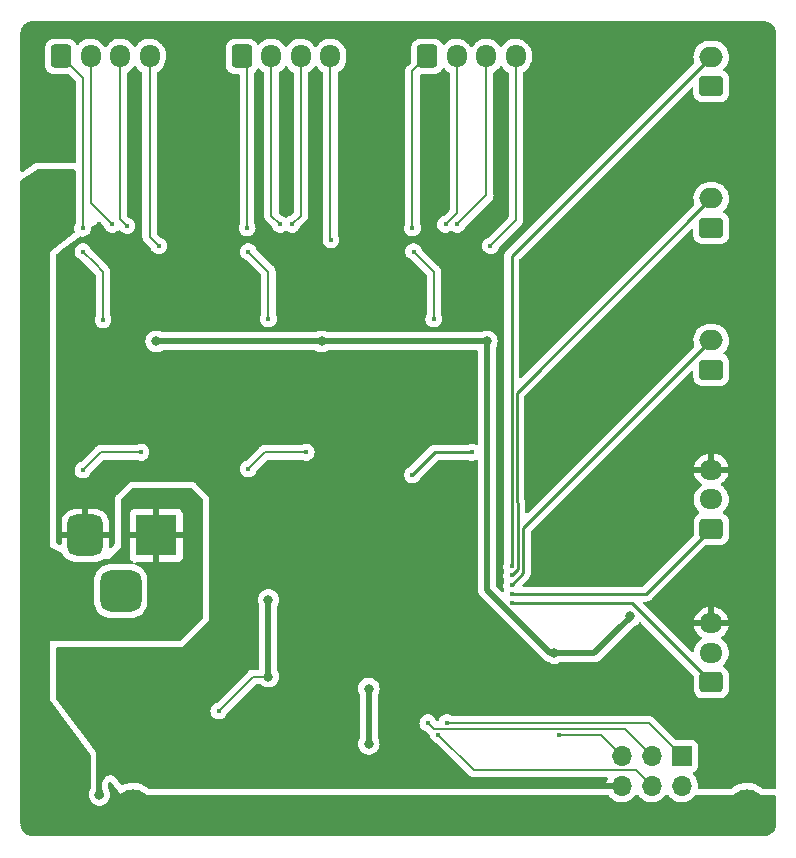
<source format=gbl>
%TF.GenerationSoftware,KiCad,Pcbnew,(6.0.4)*%
%TF.CreationDate,2022-04-15T10:09:54+02:00*%
%TF.ProjectId,coaster,636f6173-7465-4722-9e6b-696361645f70,rev?*%
%TF.SameCoordinates,Original*%
%TF.FileFunction,Copper,L2,Bot*%
%TF.FilePolarity,Positive*%
%FSLAX46Y46*%
G04 Gerber Fmt 4.6, Leading zero omitted, Abs format (unit mm)*
G04 Created by KiCad (PCBNEW (6.0.4)) date 2022-04-15 10:09:54*
%MOMM*%
%LPD*%
G01*
G04 APERTURE LIST*
G04 Aperture macros list*
%AMRoundRect*
0 Rectangle with rounded corners*
0 $1 Rounding radius*
0 $2 $3 $4 $5 $6 $7 $8 $9 X,Y pos of 4 corners*
0 Add a 4 corners polygon primitive as box body*
4,1,4,$2,$3,$4,$5,$6,$7,$8,$9,$2,$3,0*
0 Add four circle primitives for the rounded corners*
1,1,$1+$1,$2,$3*
1,1,$1+$1,$4,$5*
1,1,$1+$1,$6,$7*
1,1,$1+$1,$8,$9*
0 Add four rect primitives between the rounded corners*
20,1,$1+$1,$2,$3,$4,$5,0*
20,1,$1+$1,$4,$5,$6,$7,0*
20,1,$1+$1,$6,$7,$8,$9,0*
20,1,$1+$1,$8,$9,$2,$3,0*%
G04 Aperture macros list end*
%TA.AperFunction,ComponentPad*%
%ADD10RoundRect,0.250000X-0.600000X-0.725000X0.600000X-0.725000X0.600000X0.725000X-0.600000X0.725000X0*%
%TD*%
%TA.AperFunction,ComponentPad*%
%ADD11O,1.700000X1.950000*%
%TD*%
%TA.AperFunction,ComponentPad*%
%ADD12R,3.500000X3.500000*%
%TD*%
%TA.AperFunction,ComponentPad*%
%ADD13RoundRect,0.750000X-0.750000X-1.000000X0.750000X-1.000000X0.750000X1.000000X-0.750000X1.000000X0*%
%TD*%
%TA.AperFunction,ComponentPad*%
%ADD14RoundRect,0.875000X-0.875000X-0.875000X0.875000X-0.875000X0.875000X0.875000X-0.875000X0.875000X0*%
%TD*%
%TA.AperFunction,ComponentPad*%
%ADD15R,1.700000X1.700000*%
%TD*%
%TA.AperFunction,ComponentPad*%
%ADD16O,1.700000X1.700000*%
%TD*%
%TA.AperFunction,ComponentPad*%
%ADD17RoundRect,0.250000X0.750000X-0.600000X0.750000X0.600000X-0.750000X0.600000X-0.750000X-0.600000X0*%
%TD*%
%TA.AperFunction,ComponentPad*%
%ADD18O,2.000000X1.700000*%
%TD*%
%TA.AperFunction,ComponentPad*%
%ADD19RoundRect,0.250000X0.725000X-0.600000X0.725000X0.600000X-0.725000X0.600000X-0.725000X-0.600000X0*%
%TD*%
%TA.AperFunction,ComponentPad*%
%ADD20O,1.950000X1.700000*%
%TD*%
%TA.AperFunction,ViaPad*%
%ADD21C,3.000000*%
%TD*%
%TA.AperFunction,ViaPad*%
%ADD22C,0.800000*%
%TD*%
%TA.AperFunction,ViaPad*%
%ADD23C,0.400000*%
%TD*%
%TA.AperFunction,Conductor*%
%ADD24C,0.500000*%
%TD*%
%TA.AperFunction,Conductor*%
%ADD25C,0.200000*%
%TD*%
%TA.AperFunction,Conductor*%
%ADD26C,0.250000*%
%TD*%
G04 APERTURE END LIST*
D10*
%TO.P,J8,1,Pin_1*%
%TO.N,/M1BO2*%
X110950000Y-41475000D03*
D11*
%TO.P,J8,2,Pin_2*%
%TO.N,/M1BO1*%
X113450000Y-41475000D03*
%TO.P,J8,3,Pin_3*%
%TO.N,/M1AO1*%
X115950000Y-41475000D03*
%TO.P,J8,4,Pin_4*%
%TO.N,/M1AO2*%
X118450000Y-41475000D03*
%TD*%
D12*
%TO.P,J11,1*%
%TO.N,/9V*%
X119000000Y-82042500D03*
D13*
%TO.P,J11,2*%
%TO.N,GND*%
X113000000Y-82042500D03*
D14*
%TO.P,J11,3*%
%TO.N,N/C*%
X116000000Y-86742500D03*
%TD*%
D15*
%TO.P,J1,1,MISO*%
%TO.N,/MISO*%
X163525000Y-100725000D03*
D16*
%TO.P,J1,2,VCC*%
%TO.N,/5V*%
X163525000Y-103265000D03*
%TO.P,J1,3,SCK*%
%TO.N,/SCK*%
X160985000Y-100725000D03*
%TO.P,J1,4,MOSI*%
%TO.N,/MOSI*%
X160985000Y-103265000D03*
%TO.P,J1,5,~{RST}*%
%TO.N,/RESET*%
X158445000Y-100725000D03*
%TO.P,J1,6,GND*%
%TO.N,GND*%
X158445000Y-103265000D03*
%TD*%
D10*
%TO.P,J9,1,Pin_1*%
%TO.N,/M2BO2*%
X126250000Y-41475000D03*
D11*
%TO.P,J9,2,Pin_2*%
%TO.N,/M2BO1*%
X128750000Y-41475000D03*
%TO.P,J9,3,Pin_3*%
%TO.N,/M2AO1*%
X131250000Y-41475000D03*
%TO.P,J9,4,Pin_4*%
%TO.N,/M2AO2*%
X133750000Y-41475000D03*
%TD*%
D17*
%TO.P,J3,1,Pin_1*%
%TO.N,/5V*%
X166000000Y-44000000D03*
D18*
%TO.P,J3,2,Pin_2*%
%TO.N,/SW1*%
X166000000Y-41500000D03*
%TD*%
D17*
%TO.P,J5,1,Pin_1*%
%TO.N,/5V*%
X166000000Y-68000000D03*
D18*
%TO.P,J5,2,Pin_2*%
%TO.N,/SW3*%
X166000000Y-65500000D03*
%TD*%
D17*
%TO.P,J4,1,Pin_1*%
%TO.N,/5V*%
X166000000Y-56000000D03*
D18*
%TO.P,J4,2,Pin_2*%
%TO.N,/SW2*%
X166000000Y-53500000D03*
%TD*%
D19*
%TO.P,J7,1,Pin_1*%
%TO.N,/S1*%
X166000000Y-94475000D03*
D20*
%TO.P,J7,2,Pin_2*%
%TO.N,Net-(J7-Pad2)*%
X166000000Y-91975000D03*
%TO.P,J7,3,Pin_3*%
%TO.N,GND*%
X166000000Y-89475000D03*
%TD*%
D10*
%TO.P,J10,1,Pin_1*%
%TO.N,/M3BO2*%
X141950000Y-41475000D03*
D11*
%TO.P,J10,2,Pin_2*%
%TO.N,/M3BO1*%
X144450000Y-41475000D03*
%TO.P,J10,3,Pin_3*%
%TO.N,/M3AO1*%
X146950000Y-41475000D03*
%TO.P,J10,4,Pin_4*%
%TO.N,/M3AO2*%
X149450000Y-41475000D03*
%TD*%
D19*
%TO.P,J6,1,Pin_1*%
%TO.N,/S2*%
X166000000Y-81475000D03*
D20*
%TO.P,J6,2,Pin_2*%
%TO.N,Net-(J6-Pad2)*%
X166000000Y-78975000D03*
%TO.P,J6,3,Pin_3*%
%TO.N,GND*%
X166000000Y-76475000D03*
%TD*%
D21*
%TO.N,GND*%
X162000000Y-49000000D03*
X110400000Y-47400000D03*
%TO.N,/9V*%
X117000000Y-105000000D03*
X169000000Y-105000000D03*
D22*
%TO.N,/5V*%
X137000000Y-99700000D03*
X137000000Y-95000000D03*
%TO.N,/9V*%
X147300000Y-104500000D03*
D23*
%TO.N,GND*%
X142500000Y-55700000D03*
X145000000Y-62400000D03*
D22*
X121700000Y-60000000D03*
X120400000Y-93700000D03*
D23*
X139900000Y-57800000D03*
D22*
X114200000Y-100000000D03*
X120400000Y-97200000D03*
D23*
X117500000Y-55700000D03*
X145700000Y-55700000D03*
X119310961Y-59489040D03*
X133310961Y-59489040D03*
X125900000Y-58500000D03*
D22*
X137000000Y-50400000D03*
D23*
X131600000Y-55798599D03*
D22*
X135600000Y-60000000D03*
D23*
X111703200Y-57696800D03*
D22*
X146000000Y-91000000D03*
D23*
X114200000Y-55700000D03*
D22*
X130000000Y-50000000D03*
X114200000Y-104000000D03*
X151000000Y-50500000D03*
D23*
X147510961Y-59689040D03*
D22*
X117200000Y-50100000D03*
D23*
X117000000Y-62300000D03*
D22*
X123000000Y-50400000D03*
D23*
X128500000Y-55798599D03*
X131000000Y-62300000D03*
D22*
%TO.N,/5V*%
X119000000Y-65600000D03*
X133000000Y-65600000D03*
X128500000Y-94000000D03*
X152700000Y-92000000D03*
X147000000Y-65600000D03*
X128500000Y-87500000D03*
X159100000Y-88900000D03*
D23*
X124300000Y-96900000D03*
%TO.N,/9V*%
X107700000Y-67700000D03*
X109600000Y-54900000D03*
%TO.N,/MISO*%
X143600000Y-97900000D03*
%TO.N,/SCK*%
X142000000Y-97900000D03*
%TO.N,/MOSI*%
X142900000Y-98899011D03*
%TO.N,/RESET*%
X153100000Y-98899500D03*
%TO.N,/M1BO2*%
X112765550Y-56034450D03*
%TO.N,/M1BO1*%
X115300000Y-55700000D03*
%TO.N,/M1AO2*%
X119200000Y-57500000D03*
%TO.N,/M1AO1*%
X116500000Y-55800000D03*
%TO.N,/M2BO2*%
X126700000Y-56000000D03*
%TO.N,/M2BO1*%
X129500000Y-55700000D03*
%TO.N,/M2AO2*%
X133800000Y-57000000D03*
%TO.N,/M2AO1*%
X130500000Y-55700000D03*
%TO.N,/M1EN*%
X114500499Y-63800000D03*
X112800000Y-58000000D03*
X117700000Y-75000000D03*
X112800000Y-76500000D03*
%TO.N,/M3EN*%
X142500000Y-63700000D03*
X145700000Y-75000000D03*
X140800000Y-58000000D03*
X140700000Y-76900000D03*
%TO.N,/M2EN*%
X128500000Y-63700000D03*
X126790685Y-76409315D03*
X131700000Y-75000000D03*
X126800000Y-58000000D03*
%TO.N,/M3BO2*%
X140700000Y-56000000D03*
%TO.N,/M3AO2*%
X147300000Y-57500000D03*
%TO.N,/M3AO1*%
X144500000Y-55700000D03*
%TO.N,/M3BO1*%
X143500000Y-55700000D03*
%TO.N,/SW1*%
X149100000Y-84600000D03*
%TO.N,/SW2*%
X149100000Y-85400000D03*
%TO.N,/SW3*%
X149100000Y-86200000D03*
%TO.N,/S1*%
X149100000Y-87800000D03*
%TO.N,/S2*%
X149100000Y-87000000D03*
%TD*%
D24*
%TO.N,/5V*%
X137000000Y-97500000D02*
X137000000Y-99700000D01*
X137000000Y-95000000D02*
X137000000Y-97500000D01*
%TO.N,GND*%
X114200000Y-102900000D02*
X114200000Y-104000000D01*
X114200000Y-100000000D02*
X114200000Y-102900000D01*
%TO.N,/5V*%
X159100000Y-89000000D02*
X159100000Y-88900000D01*
X152381452Y-92000000D02*
X152700000Y-92000000D01*
X152700000Y-92000000D02*
X156100000Y-92000000D01*
X128500000Y-93600000D02*
X128500000Y-94000000D01*
X158100000Y-90000000D02*
X159100000Y-89000000D01*
X147000000Y-65600000D02*
X139000000Y-65600000D01*
D25*
X124300000Y-96900000D02*
X127200000Y-94000000D01*
D24*
X147000000Y-65600000D02*
X147000000Y-86618548D01*
D25*
X127200000Y-94000000D02*
X128500000Y-94000000D01*
D24*
X156100000Y-92000000D02*
X158100000Y-90000000D01*
X128500000Y-87500000D02*
X128500000Y-93600000D01*
X133000000Y-65600000D02*
X119000000Y-65600000D01*
X147000000Y-86618548D02*
X152381452Y-92000000D01*
X139000000Y-65600000D02*
X133000000Y-65600000D01*
%TO.N,/9V*%
X107700000Y-56800000D02*
X109600000Y-54900000D01*
X107700000Y-67700000D02*
X107700000Y-56800000D01*
X107700000Y-70700000D02*
X107700000Y-67700000D01*
X119000000Y-82042500D02*
X119000000Y-82000000D01*
D25*
%TO.N,/MISO*%
X143600000Y-97900000D02*
X160700000Y-97900000D01*
X160700000Y-97900000D02*
X163525000Y-100725000D01*
%TO.N,/SCK*%
X142000000Y-97900000D02*
X142499511Y-98399511D01*
X147399511Y-98399511D02*
X147400000Y-98400000D01*
X158660000Y-98400000D02*
X160985000Y-100725000D01*
X147400000Y-98400000D02*
X158660000Y-98400000D01*
X142499511Y-98399511D02*
X147399511Y-98399511D01*
%TO.N,/MOSI*%
X142900000Y-98899011D02*
X145875500Y-101874511D01*
X145875500Y-101874511D02*
X159594511Y-101874511D01*
X159594511Y-101874511D02*
X160985000Y-103265000D01*
%TO.N,/RESET*%
X156619500Y-98899500D02*
X158445000Y-100725000D01*
X153100000Y-98899500D02*
X156619500Y-98899500D01*
%TO.N,/M1BO2*%
X112800000Y-43325000D02*
X110950000Y-41475000D01*
X112800000Y-56000000D02*
X112800000Y-43325000D01*
X112765550Y-56034450D02*
X112800000Y-56000000D01*
%TO.N,/M1BO1*%
X115300000Y-55700000D02*
X113450000Y-53850000D01*
X113450000Y-53850000D02*
X113450000Y-41475000D01*
%TO.N,/M1AO2*%
X119200000Y-57500000D02*
X118450000Y-56750000D01*
X118450000Y-56750000D02*
X118450000Y-41475000D01*
%TO.N,/M1AO1*%
X116500000Y-55800000D02*
X115950000Y-55250000D01*
X115950000Y-55250000D02*
X115950000Y-50050000D01*
X115950000Y-50050000D02*
X115950000Y-41475000D01*
%TO.N,/M2BO2*%
X126700000Y-41925000D02*
X126250000Y-41475000D01*
X126700000Y-56000000D02*
X126700000Y-41925000D01*
%TO.N,/M2BO1*%
X129500000Y-55700000D02*
X128750000Y-54950000D01*
X128750000Y-54950000D02*
X128750000Y-41475000D01*
%TO.N,/M2AO2*%
X133800000Y-57000000D02*
X133750000Y-56950000D01*
X133750000Y-56950000D02*
X133750000Y-41475000D01*
%TO.N,/M2AO1*%
X131250000Y-54950000D02*
X131250000Y-41475000D01*
X130500000Y-55700000D02*
X131250000Y-54950000D01*
%TO.N,/M1EN*%
X114500499Y-59700499D02*
X114500499Y-63800000D01*
X113800000Y-59000000D02*
X114500499Y-59700499D01*
X112800000Y-76500000D02*
X114300000Y-75000000D01*
X112800000Y-58000000D02*
X113800000Y-59000000D01*
X114300000Y-75000000D02*
X116400000Y-75000000D01*
X116400000Y-75000000D02*
X117700000Y-75000000D01*
%TO.N,/M3EN*%
X142500000Y-59700000D02*
X142500000Y-63700000D01*
D26*
X144300000Y-75000000D02*
X145700000Y-75000000D01*
D25*
X141900000Y-59100000D02*
X142500000Y-59700000D01*
D26*
X140700000Y-76900000D02*
X142600000Y-75000000D01*
X142600000Y-75000000D02*
X144300000Y-75000000D01*
D25*
X140800000Y-58000000D02*
X141900000Y-59100000D01*
%TO.N,/M2EN*%
X130400000Y-75000000D02*
X131700000Y-75000000D01*
X126800000Y-58000000D02*
X127900000Y-59100000D01*
X127900000Y-59100000D02*
X128500000Y-59700000D01*
X126790685Y-76409315D02*
X128200000Y-75000000D01*
X128200000Y-75000000D02*
X130400000Y-75000000D01*
X128500000Y-59700000D02*
X128500000Y-63700000D01*
%TO.N,/M3BO2*%
X140700000Y-56000000D02*
X140700000Y-42725000D01*
X140700000Y-42725000D02*
X141950000Y-41475000D01*
%TO.N,/M3AO2*%
X149450000Y-55350000D02*
X149450000Y-41475000D01*
X147300000Y-57500000D02*
X149450000Y-55350000D01*
%TO.N,/M3AO1*%
X144500000Y-55700000D02*
X146950000Y-53250000D01*
X146950000Y-53250000D02*
X146950000Y-41475000D01*
%TO.N,/M3BO1*%
X144450000Y-54750000D02*
X144450000Y-41475000D01*
X143500000Y-55700000D02*
X144450000Y-54750000D01*
D26*
%TO.N,/SW1*%
X149100000Y-58400000D02*
X166000000Y-41500000D01*
X149100000Y-84600000D02*
X149100000Y-58400000D01*
%TO.N,/SW2*%
X149100000Y-85400000D02*
X149624511Y-84875489D01*
X149549520Y-79200000D02*
X149549520Y-69950480D01*
X149624511Y-79274991D02*
X149549520Y-79200000D01*
X149624511Y-84875489D02*
X149624511Y-79274991D01*
X149549520Y-69950480D02*
X166000000Y-53500000D01*
%TO.N,/SW3*%
X150074031Y-81425969D02*
X166000000Y-65500000D01*
X149100000Y-86200000D02*
X150074031Y-85225969D01*
X150074031Y-85225969D02*
X150074031Y-81425969D01*
%TO.N,/S1*%
X149100000Y-87800000D02*
X159325000Y-87800000D01*
X159325000Y-87800000D02*
X166000000Y-94475000D01*
%TO.N,/S2*%
X149100000Y-87000000D02*
X160475000Y-87000000D01*
X160475000Y-87000000D02*
X166000000Y-81475000D01*
%TD*%
%TA.AperFunction,Conductor*%
%TO.N,/9V*%
G36*
X112015931Y-51020002D02*
G01*
X112036905Y-51036905D01*
X112154595Y-51154595D01*
X112188621Y-51216907D01*
X112191500Y-51243690D01*
X112191500Y-55579169D01*
X112168586Y-55651621D01*
X112136560Y-55697189D01*
X112123189Y-55731484D01*
X112087700Y-55822509D01*
X112074268Y-55856959D01*
X112073276Y-55864492D01*
X112073276Y-55864493D01*
X112053469Y-56014947D01*
X112051885Y-56026976D01*
X112057559Y-56078366D01*
X112066900Y-56162975D01*
X112070703Y-56197425D01*
X112073312Y-56204556D01*
X112073313Y-56204558D01*
X112110182Y-56305307D01*
X112114808Y-56376153D01*
X112080398Y-56438253D01*
X112067456Y-56449408D01*
X110000000Y-58000000D01*
X110000000Y-96000000D01*
X110008741Y-96011654D01*
X110008741Y-96011655D01*
X113416300Y-100555067D01*
X113441171Y-100621565D01*
X113441500Y-100630667D01*
X113441500Y-103463001D01*
X113424619Y-103526000D01*
X113365473Y-103628444D01*
X113306458Y-103810072D01*
X113286496Y-104000000D01*
X113287186Y-104006565D01*
X113302103Y-104148489D01*
X113306458Y-104189928D01*
X113365473Y-104371556D01*
X113460960Y-104536944D01*
X113465378Y-104541851D01*
X113465379Y-104541852D01*
X113541654Y-104626564D01*
X113588747Y-104678866D01*
X113743248Y-104791118D01*
X113749276Y-104793802D01*
X113749278Y-104793803D01*
X113911681Y-104866109D01*
X113917712Y-104868794D01*
X114011112Y-104888647D01*
X114098056Y-104907128D01*
X114098061Y-104907128D01*
X114104513Y-104908500D01*
X114295487Y-104908500D01*
X114301939Y-104907128D01*
X114301944Y-104907128D01*
X114388888Y-104888647D01*
X114482288Y-104868794D01*
X114488319Y-104866109D01*
X114650722Y-104793803D01*
X114650724Y-104793802D01*
X114656752Y-104791118D01*
X114811253Y-104678866D01*
X114858346Y-104626564D01*
X114934621Y-104541852D01*
X114934622Y-104541851D01*
X114939040Y-104536944D01*
X115034527Y-104371556D01*
X115093542Y-104189928D01*
X115097898Y-104148489D01*
X115112814Y-104006565D01*
X115113504Y-104000000D01*
X115093542Y-103810072D01*
X115034527Y-103628444D01*
X114975381Y-103526000D01*
X114958500Y-103463001D01*
X114958500Y-102989333D01*
X114978502Y-102921212D01*
X115032158Y-102874719D01*
X115102432Y-102864615D01*
X115167012Y-102894109D01*
X115185299Y-102913732D01*
X116000000Y-104000000D01*
X157231473Y-104000000D01*
X157299594Y-104020002D01*
X157338905Y-104060164D01*
X157342288Y-104065685D01*
X157342293Y-104065692D01*
X157344987Y-104070088D01*
X157491250Y-104238938D01*
X157663126Y-104381632D01*
X157856000Y-104494338D01*
X158064692Y-104574030D01*
X158069760Y-104575061D01*
X158069763Y-104575062D01*
X158177017Y-104596883D01*
X158283597Y-104618567D01*
X158288772Y-104618757D01*
X158288774Y-104618757D01*
X158501673Y-104626564D01*
X158501677Y-104626564D01*
X158506837Y-104626753D01*
X158511957Y-104626097D01*
X158511959Y-104626097D01*
X158723288Y-104599025D01*
X158723289Y-104599025D01*
X158728416Y-104598368D01*
X158733366Y-104596883D01*
X158937429Y-104535661D01*
X158937434Y-104535659D01*
X158942384Y-104534174D01*
X159142994Y-104435896D01*
X159324860Y-104306173D01*
X159483096Y-104148489D01*
X159486110Y-104144295D01*
X159486119Y-104144284D01*
X159552091Y-104052474D01*
X159608085Y-104008826D01*
X159654413Y-104000000D01*
X159771473Y-104000000D01*
X159839594Y-104020002D01*
X159878905Y-104060164D01*
X159882288Y-104065685D01*
X159882293Y-104065692D01*
X159884987Y-104070088D01*
X160031250Y-104238938D01*
X160203126Y-104381632D01*
X160396000Y-104494338D01*
X160604692Y-104574030D01*
X160609760Y-104575061D01*
X160609763Y-104575062D01*
X160717017Y-104596883D01*
X160823597Y-104618567D01*
X160828772Y-104618757D01*
X160828774Y-104618757D01*
X161041673Y-104626564D01*
X161041677Y-104626564D01*
X161046837Y-104626753D01*
X161051957Y-104626097D01*
X161051959Y-104626097D01*
X161263288Y-104599025D01*
X161263289Y-104599025D01*
X161268416Y-104598368D01*
X161273366Y-104596883D01*
X161477429Y-104535661D01*
X161477434Y-104535659D01*
X161482384Y-104534174D01*
X161682994Y-104435896D01*
X161864860Y-104306173D01*
X162023096Y-104148489D01*
X162026110Y-104144295D01*
X162026119Y-104144284D01*
X162092091Y-104052474D01*
X162148085Y-104008826D01*
X162194413Y-104000000D01*
X162311473Y-104000000D01*
X162379594Y-104020002D01*
X162418905Y-104060164D01*
X162422288Y-104065685D01*
X162422293Y-104065692D01*
X162424987Y-104070088D01*
X162571250Y-104238938D01*
X162743126Y-104381632D01*
X162936000Y-104494338D01*
X163144692Y-104574030D01*
X163149760Y-104575061D01*
X163149763Y-104575062D01*
X163257017Y-104596883D01*
X163363597Y-104618567D01*
X163368772Y-104618757D01*
X163368774Y-104618757D01*
X163581673Y-104626564D01*
X163581677Y-104626564D01*
X163586837Y-104626753D01*
X163591957Y-104626097D01*
X163591959Y-104626097D01*
X163803288Y-104599025D01*
X163803289Y-104599025D01*
X163808416Y-104598368D01*
X163813366Y-104596883D01*
X164017429Y-104535661D01*
X164017434Y-104535659D01*
X164022384Y-104534174D01*
X164222994Y-104435896D01*
X164404860Y-104306173D01*
X164563096Y-104148489D01*
X164566110Y-104144295D01*
X164566119Y-104144284D01*
X164632091Y-104052474D01*
X164688085Y-104008826D01*
X164734413Y-104000000D01*
X171365500Y-104000000D01*
X171433621Y-104020002D01*
X171480114Y-104073658D01*
X171491500Y-104126000D01*
X171491500Y-106450633D01*
X171490000Y-106470018D01*
X171487690Y-106484851D01*
X171487690Y-106484855D01*
X171486309Y-106493724D01*
X171487966Y-106506397D01*
X171488551Y-106533707D01*
X171477398Y-106661191D01*
X171473585Y-106682817D01*
X171452174Y-106762724D01*
X171434558Y-106828466D01*
X171427046Y-106849104D01*
X171363322Y-106985760D01*
X171352340Y-107004780D01*
X171265853Y-107128297D01*
X171251735Y-107145122D01*
X171145122Y-107251735D01*
X171128297Y-107265853D01*
X171004780Y-107352340D01*
X170985760Y-107363322D01*
X170849104Y-107427046D01*
X170828466Y-107434557D01*
X170682822Y-107473583D01*
X170661194Y-107477397D01*
X170604659Y-107482344D01*
X170540607Y-107487947D01*
X170524129Y-107487393D01*
X170524124Y-107487800D01*
X170515147Y-107487690D01*
X170506276Y-107486309D01*
X170497374Y-107487473D01*
X170497372Y-107487473D01*
X170483548Y-107489281D01*
X170474714Y-107490436D01*
X170458379Y-107491500D01*
X108549367Y-107491500D01*
X108529982Y-107490000D01*
X108515149Y-107487690D01*
X108515145Y-107487690D01*
X108506276Y-107486309D01*
X108493603Y-107487966D01*
X108466293Y-107488551D01*
X108338806Y-107477397D01*
X108317183Y-107473585D01*
X108171531Y-107434557D01*
X108150896Y-107427046D01*
X108014240Y-107363322D01*
X107995220Y-107352340D01*
X107871703Y-107265853D01*
X107854878Y-107251735D01*
X107748265Y-107145122D01*
X107734147Y-107128297D01*
X107647660Y-107004780D01*
X107636678Y-106985760D01*
X107572954Y-106849104D01*
X107565443Y-106828466D01*
X107526417Y-106682822D01*
X107522602Y-106661191D01*
X107512349Y-106543993D01*
X107512374Y-106521758D01*
X107512770Y-106517344D01*
X107513576Y-106512552D01*
X107513729Y-106500000D01*
X107509773Y-106472376D01*
X107508500Y-106454514D01*
X107508500Y-52061766D01*
X107528502Y-51993645D01*
X107564608Y-51956928D01*
X108968257Y-51021162D01*
X109038149Y-51000000D01*
X111947810Y-51000000D01*
X112015931Y-51020002D01*
G37*
%TD.AperFunction*%
%TD*%
%TA.AperFunction,Conductor*%
%TO.N,GND*%
G36*
X170470018Y-38510000D02*
G01*
X170484851Y-38512310D01*
X170484855Y-38512310D01*
X170493724Y-38513691D01*
X170506397Y-38512034D01*
X170533707Y-38511449D01*
X170661194Y-38522603D01*
X170682817Y-38526415D01*
X170828466Y-38565442D01*
X170849104Y-38572954D01*
X170985760Y-38636678D01*
X171004780Y-38647660D01*
X171128297Y-38734147D01*
X171145122Y-38748265D01*
X171251735Y-38854878D01*
X171265853Y-38871703D01*
X171352340Y-38995220D01*
X171363322Y-39014240D01*
X171427046Y-39150896D01*
X171434557Y-39171534D01*
X171473583Y-39317178D01*
X171477398Y-39338809D01*
X171487947Y-39459393D01*
X171487393Y-39475871D01*
X171487800Y-39475876D01*
X171487690Y-39484853D01*
X171486309Y-39493724D01*
X171487473Y-39502626D01*
X171487473Y-39502628D01*
X171490436Y-39525283D01*
X171491500Y-39541621D01*
X171491500Y-103360500D01*
X171471498Y-103428621D01*
X171417842Y-103475114D01*
X171365500Y-103486500D01*
X170366982Y-103486500D01*
X170298861Y-103466498D01*
X170287176Y-103458004D01*
X170169523Y-103361706D01*
X170166205Y-103358990D01*
X169932704Y-103215901D01*
X169928768Y-103214173D01*
X169685873Y-103107549D01*
X169685869Y-103107548D01*
X169681945Y-103105825D01*
X169418566Y-103030800D01*
X169414324Y-103030196D01*
X169414318Y-103030195D01*
X169158797Y-102993829D01*
X169147443Y-102992213D01*
X169003589Y-102991460D01*
X168877877Y-102990802D01*
X168877871Y-102990802D01*
X168873591Y-102990780D01*
X168869347Y-102991339D01*
X168869343Y-102991339D01*
X168750302Y-103007011D01*
X168602078Y-103026525D01*
X168597938Y-103027658D01*
X168597936Y-103027658D01*
X168544191Y-103042361D01*
X168337928Y-103098788D01*
X168333980Y-103100472D01*
X168089982Y-103204546D01*
X168089978Y-103204548D01*
X168086030Y-103206232D01*
X167987835Y-103265000D01*
X167854725Y-103344664D01*
X167854721Y-103344667D01*
X167851043Y-103346868D01*
X167847700Y-103349546D01*
X167847696Y-103349549D01*
X167711287Y-103458834D01*
X167645617Y-103485816D01*
X167632506Y-103486500D01*
X165009810Y-103486500D01*
X164941689Y-103466498D01*
X164895196Y-103412842D01*
X164884888Y-103344052D01*
X164886529Y-103331590D01*
X164888156Y-103265000D01*
X164869852Y-103042361D01*
X164815431Y-102825702D01*
X164726354Y-102620840D01*
X164675908Y-102542863D01*
X164607822Y-102437617D01*
X164607820Y-102437614D01*
X164605014Y-102433277D01*
X164586104Y-102412495D01*
X164457798Y-102271488D01*
X164426746Y-102207642D01*
X164435141Y-102137143D01*
X164480317Y-102082375D01*
X164506761Y-102068706D01*
X164613297Y-102028767D01*
X164621705Y-102025615D01*
X164738261Y-101938261D01*
X164825615Y-101821705D01*
X164876745Y-101685316D01*
X164883500Y-101623134D01*
X164883500Y-99826866D01*
X164876745Y-99764684D01*
X164825615Y-99628295D01*
X164738261Y-99511739D01*
X164621705Y-99424385D01*
X164485316Y-99373255D01*
X164423134Y-99366500D01*
X163079239Y-99366500D01*
X163011118Y-99346498D01*
X162990144Y-99329595D01*
X161164315Y-97503766D01*
X161153448Y-97491375D01*
X161139013Y-97472563D01*
X161133987Y-97466013D01*
X161102075Y-97441526D01*
X161102072Y-97441523D01*
X161077888Y-97422966D01*
X161013429Y-97373504D01*
X161013427Y-97373503D01*
X161006876Y-97368476D01*
X160858851Y-97307162D01*
X160850664Y-97306084D01*
X160850663Y-97306084D01*
X160839458Y-97304609D01*
X160808262Y-97300502D01*
X160739885Y-97291500D01*
X160739882Y-97291500D01*
X160739874Y-97291499D01*
X160708189Y-97287328D01*
X160700000Y-97286250D01*
X160668307Y-97290422D01*
X160651864Y-97291500D01*
X143996232Y-97291500D01*
X143937276Y-97276856D01*
X143855769Y-97233700D01*
X143838196Y-97229286D01*
X143696822Y-97193775D01*
X143696818Y-97193775D01*
X143689451Y-97191924D01*
X143681852Y-97191884D01*
X143681850Y-97191884D01*
X143610394Y-97191510D01*
X143517969Y-97191026D01*
X143510589Y-97192798D01*
X143510587Y-97192798D01*
X143358602Y-97229286D01*
X143358598Y-97229287D01*
X143351223Y-97231058D01*
X143198839Y-97309709D01*
X143069615Y-97422439D01*
X142971010Y-97562739D01*
X142952664Y-97609794D01*
X142917066Y-97701098D01*
X142873685Y-97757299D01*
X142806806Y-97781126D01*
X142737662Y-97765012D01*
X142688206Y-97714075D01*
X142681807Y-97699866D01*
X142635171Y-97576447D01*
X142632487Y-97569344D01*
X142623675Y-97556523D01*
X142539659Y-97434278D01*
X142539658Y-97434276D01*
X142535357Y-97428019D01*
X142529686Y-97422966D01*
X142412993Y-97318996D01*
X142412990Y-97318994D01*
X142407321Y-97313943D01*
X142399325Y-97309709D01*
X142262481Y-97237254D01*
X142262482Y-97237254D01*
X142255769Y-97233700D01*
X142238196Y-97229286D01*
X142096822Y-97193775D01*
X142096818Y-97193775D01*
X142089451Y-97191924D01*
X142081852Y-97191884D01*
X142081850Y-97191884D01*
X142010394Y-97191510D01*
X141917969Y-97191026D01*
X141910589Y-97192798D01*
X141910587Y-97192798D01*
X141758602Y-97229286D01*
X141758598Y-97229287D01*
X141751223Y-97231058D01*
X141598839Y-97309709D01*
X141469615Y-97422439D01*
X141371010Y-97562739D01*
X141308718Y-97722509D01*
X141307726Y-97730042D01*
X141307726Y-97730043D01*
X141299700Y-97791011D01*
X141286335Y-97892526D01*
X141305153Y-98062975D01*
X141364085Y-98224015D01*
X141459730Y-98366349D01*
X141586565Y-98481760D01*
X141737268Y-98563585D01*
X141793431Y-98578319D01*
X141850551Y-98611100D01*
X142035196Y-98795745D01*
X142046063Y-98808136D01*
X142065524Y-98833498D01*
X142072074Y-98838524D01*
X142097436Y-98857985D01*
X142097439Y-98857988D01*
X142147879Y-98896692D01*
X142189746Y-98954029D01*
X142196414Y-98982828D01*
X142202023Y-99033632D01*
X142205153Y-99061986D01*
X142264085Y-99223026D01*
X142359730Y-99365360D01*
X142486565Y-99480771D01*
X142637268Y-99562596D01*
X142693431Y-99577330D01*
X142750551Y-99610111D01*
X145411185Y-102270745D01*
X145422052Y-102283136D01*
X145441513Y-102308498D01*
X145448063Y-102313524D01*
X145473421Y-102332982D01*
X145473428Y-102332988D01*
X145503864Y-102356342D01*
X145568625Y-102406035D01*
X145716650Y-102467349D01*
X145835615Y-102483011D01*
X145835620Y-102483011D01*
X145835629Y-102483012D01*
X145867312Y-102487183D01*
X145875500Y-102488261D01*
X145907193Y-102484089D01*
X145923636Y-102483011D01*
X157113337Y-102483011D01*
X157181458Y-102503013D01*
X157227951Y-102556669D01*
X157238055Y-102626943D01*
X157227625Y-102662062D01*
X157168337Y-102789788D01*
X157164775Y-102799470D01*
X157109389Y-102999183D01*
X157110912Y-103007607D01*
X157123292Y-103011000D01*
X158573000Y-103011000D01*
X158641121Y-103031002D01*
X158687614Y-103084658D01*
X158699000Y-103137000D01*
X158699000Y-103393000D01*
X158678998Y-103461121D01*
X158625342Y-103507614D01*
X158573000Y-103519000D01*
X157434104Y-103519000D01*
X157398606Y-103513896D01*
X157380465Y-103508569D01*
X157380461Y-103508568D01*
X157376142Y-103507300D01*
X157371693Y-103506660D01*
X157371687Y-103506659D01*
X157235920Y-103487139D01*
X157235915Y-103487139D01*
X157231473Y-103486500D01*
X118366982Y-103486500D01*
X118298861Y-103466498D01*
X118287176Y-103458004D01*
X118169523Y-103361706D01*
X118166205Y-103358990D01*
X117932704Y-103215901D01*
X117928768Y-103214173D01*
X117685873Y-103107549D01*
X117685869Y-103107548D01*
X117681945Y-103105825D01*
X117418566Y-103030800D01*
X117414324Y-103030196D01*
X117414318Y-103030195D01*
X117158797Y-102993829D01*
X117147443Y-102992213D01*
X117003589Y-102991460D01*
X116877877Y-102990802D01*
X116877871Y-102990802D01*
X116873591Y-102990780D01*
X116869347Y-102991339D01*
X116869343Y-102991339D01*
X116750302Y-103007011D01*
X116602078Y-103026525D01*
X116597938Y-103027658D01*
X116597936Y-103027658D01*
X116544191Y-103042361D01*
X116337928Y-103098788D01*
X116147042Y-103180208D01*
X116076536Y-103188537D01*
X116012720Y-103157424D01*
X115996808Y-103139911D01*
X115597101Y-102606968D01*
X115596099Y-102605632D01*
X115584423Y-102591680D01*
X115562042Y-102564937D01*
X115562031Y-102564925D01*
X115560961Y-102563646D01*
X115559815Y-102562416D01*
X115543818Y-102545250D01*
X115543808Y-102545239D01*
X115542674Y-102544023D01*
X115541485Y-102542876D01*
X115541472Y-102542863D01*
X115507736Y-102510326D01*
X115503289Y-102506037D01*
X115380335Y-102427017D01*
X115331233Y-102404592D01*
X115319841Y-102399389D01*
X115319840Y-102399389D01*
X115315755Y-102397523D01*
X115175510Y-102356342D01*
X115029352Y-102356342D01*
X114994528Y-102361349D01*
X114963534Y-102365805D01*
X114963530Y-102365806D01*
X114959078Y-102366446D01*
X114954766Y-102367712D01*
X114954762Y-102367713D01*
X114857552Y-102396257D01*
X114818843Y-102407623D01*
X114811264Y-102412493D01*
X114811261Y-102412495D01*
X114788665Y-102427017D01*
X114695888Y-102486641D01*
X114692493Y-102489583D01*
X114692490Y-102489585D01*
X114668554Y-102510326D01*
X114642232Y-102533134D01*
X114639292Y-102536527D01*
X114552419Y-102636783D01*
X114552417Y-102636786D01*
X114546518Y-102643594D01*
X114485802Y-102776543D01*
X114484534Y-102780862D01*
X114468649Y-102834962D01*
X114465800Y-102844664D01*
X114445000Y-102989333D01*
X114445000Y-103463001D01*
X114445538Y-103467087D01*
X114461959Y-103591818D01*
X114461961Y-103591826D01*
X114462498Y-103595908D01*
X114479379Y-103658907D01*
X114530677Y-103782750D01*
X114549038Y-103814553D01*
X114556217Y-103826987D01*
X114566930Y-103851049D01*
X114584403Y-103904824D01*
X114589880Y-103930589D01*
X114595792Y-103986831D01*
X114595792Y-104013169D01*
X114594057Y-104029683D01*
X114589882Y-104069404D01*
X114584405Y-104095169D01*
X114566930Y-104148951D01*
X114556216Y-104173015D01*
X114527943Y-104221985D01*
X114512460Y-104243296D01*
X114474624Y-104285317D01*
X114455054Y-104302938D01*
X114409295Y-104336185D01*
X114386489Y-104349351D01*
X114334824Y-104372353D01*
X114309787Y-104380489D01*
X114254466Y-104392248D01*
X114228277Y-104395000D01*
X114171730Y-104395000D01*
X114145534Y-104392247D01*
X114144044Y-104391930D01*
X114090216Y-104380489D01*
X114065165Y-104372349D01*
X114013512Y-104349351D01*
X113990701Y-104336181D01*
X113944950Y-104302941D01*
X113925374Y-104285314D01*
X113887541Y-104243295D01*
X113872059Y-104221986D01*
X113843783Y-104173011D01*
X113833069Y-104148948D01*
X113815597Y-104095176D01*
X113810120Y-104069410D01*
X113804209Y-104013171D01*
X113804209Y-103986829D01*
X113810120Y-103930590D01*
X113815597Y-103904824D01*
X113833070Y-103851049D01*
X113843783Y-103826987D01*
X113850962Y-103814553D01*
X113869323Y-103782750D01*
X113920621Y-103658907D01*
X113937502Y-103595908D01*
X113938039Y-103591826D01*
X113938041Y-103591818D01*
X113954462Y-103467087D01*
X113955000Y-103463001D01*
X113955000Y-100630667D01*
X113954665Y-100612118D01*
X113954336Y-100603016D01*
X113953329Y-100584469D01*
X113922132Y-100441680D01*
X113897261Y-100375182D01*
X113827100Y-100246967D01*
X113416875Y-99700000D01*
X136086496Y-99700000D01*
X136106458Y-99889928D01*
X136165473Y-100071556D01*
X136260960Y-100236944D01*
X136265378Y-100241851D01*
X136265379Y-100241852D01*
X136322521Y-100305315D01*
X136388747Y-100378866D01*
X136543248Y-100491118D01*
X136549276Y-100493802D01*
X136549278Y-100493803D01*
X136711681Y-100566109D01*
X136717712Y-100568794D01*
X136791457Y-100584469D01*
X136898056Y-100607128D01*
X136898061Y-100607128D01*
X136904513Y-100608500D01*
X137095487Y-100608500D01*
X137101939Y-100607128D01*
X137101944Y-100607128D01*
X137208543Y-100584469D01*
X137282288Y-100568794D01*
X137288319Y-100566109D01*
X137450722Y-100493803D01*
X137450724Y-100493802D01*
X137456752Y-100491118D01*
X137611253Y-100378866D01*
X137677479Y-100305315D01*
X137734621Y-100241852D01*
X137734622Y-100241851D01*
X137739040Y-100236944D01*
X137834527Y-100071556D01*
X137893542Y-99889928D01*
X137913504Y-99700000D01*
X137903700Y-99606720D01*
X137894232Y-99516635D01*
X137894232Y-99516633D01*
X137893542Y-99510072D01*
X137834527Y-99328444D01*
X137775381Y-99226000D01*
X137758500Y-99163001D01*
X137758500Y-95536999D01*
X137775381Y-95473999D01*
X137831223Y-95377279D01*
X137831224Y-95377278D01*
X137834527Y-95371556D01*
X137893542Y-95189928D01*
X137913504Y-95000000D01*
X137893542Y-94810072D01*
X137834527Y-94628444D01*
X137824675Y-94611379D01*
X137742341Y-94468774D01*
X137739040Y-94463056D01*
X137611253Y-94321134D01*
X137456752Y-94208882D01*
X137450724Y-94206198D01*
X137450722Y-94206197D01*
X137288319Y-94133891D01*
X137288318Y-94133891D01*
X137282288Y-94131206D01*
X137188887Y-94111353D01*
X137101944Y-94092872D01*
X137101939Y-94092872D01*
X137095487Y-94091500D01*
X136904513Y-94091500D01*
X136898061Y-94092872D01*
X136898056Y-94092872D01*
X136811112Y-94111353D01*
X136717712Y-94131206D01*
X136711682Y-94133891D01*
X136711681Y-94133891D01*
X136549278Y-94206197D01*
X136549276Y-94206198D01*
X136543248Y-94208882D01*
X136388747Y-94321134D01*
X136260960Y-94463056D01*
X136257659Y-94468774D01*
X136175326Y-94611379D01*
X136165473Y-94628444D01*
X136106458Y-94810072D01*
X136086496Y-95000000D01*
X136106458Y-95189928D01*
X136165473Y-95371556D01*
X136168776Y-95377278D01*
X136168777Y-95377279D01*
X136224619Y-95473999D01*
X136241500Y-95536999D01*
X136241500Y-99163001D01*
X136224619Y-99226000D01*
X136165473Y-99328444D01*
X136106458Y-99510072D01*
X136105768Y-99516633D01*
X136105768Y-99516635D01*
X136096300Y-99606720D01*
X136086496Y-99700000D01*
X113416875Y-99700000D01*
X111311269Y-96892526D01*
X123586335Y-96892526D01*
X123587169Y-96900076D01*
X123603041Y-97043842D01*
X123605153Y-97062975D01*
X123607762Y-97070106D01*
X123607763Y-97070108D01*
X123613557Y-97085941D01*
X123664085Y-97224015D01*
X123668322Y-97230321D01*
X123668324Y-97230324D01*
X123672666Y-97236785D01*
X123759730Y-97366349D01*
X123815886Y-97417447D01*
X123876458Y-97472563D01*
X123886565Y-97481760D01*
X124037268Y-97563585D01*
X124203139Y-97607101D01*
X124290586Y-97608474D01*
X124367003Y-97609675D01*
X124367006Y-97609675D01*
X124374602Y-97609794D01*
X124382006Y-97608098D01*
X124382008Y-97608098D01*
X124444846Y-97593706D01*
X124541759Y-97571510D01*
X124694958Y-97494459D01*
X124700729Y-97489530D01*
X124700732Y-97489528D01*
X124819578Y-97388023D01*
X124825355Y-97383089D01*
X124925424Y-97243830D01*
X124988894Y-97085940D01*
X125016707Y-97043842D01*
X127415144Y-94645405D01*
X127477456Y-94611379D01*
X127504239Y-94608500D01*
X127769290Y-94608500D01*
X127837411Y-94628502D01*
X127862926Y-94650189D01*
X127888747Y-94678866D01*
X128043248Y-94791118D01*
X128049276Y-94793802D01*
X128049278Y-94793803D01*
X128100560Y-94816635D01*
X128217712Y-94868794D01*
X128311112Y-94888647D01*
X128398056Y-94907128D01*
X128398061Y-94907128D01*
X128404513Y-94908500D01*
X128595487Y-94908500D01*
X128601939Y-94907128D01*
X128601944Y-94907128D01*
X128688887Y-94888647D01*
X128782288Y-94868794D01*
X128899440Y-94816635D01*
X128950722Y-94793803D01*
X128950724Y-94793802D01*
X128956752Y-94791118D01*
X129111253Y-94678866D01*
X129137074Y-94650189D01*
X129234621Y-94541852D01*
X129234622Y-94541851D01*
X129239040Y-94536944D01*
X129334527Y-94371556D01*
X129393542Y-94189928D01*
X129413504Y-94000000D01*
X129395069Y-93824600D01*
X129394232Y-93816635D01*
X129394232Y-93816633D01*
X129393542Y-93810072D01*
X129334527Y-93628444D01*
X129320282Y-93603770D01*
X129286249Y-93544824D01*
X129275381Y-93526000D01*
X129258500Y-93463001D01*
X129258500Y-88036999D01*
X129275381Y-87973999D01*
X129331223Y-87877279D01*
X129331224Y-87877278D01*
X129334527Y-87871556D01*
X129393542Y-87689928D01*
X129399268Y-87635453D01*
X129412814Y-87506565D01*
X129413504Y-87500000D01*
X129393542Y-87310072D01*
X129334527Y-87128444D01*
X129313408Y-87091864D01*
X129274944Y-87025243D01*
X129239040Y-86963056D01*
X129225394Y-86947900D01*
X129115675Y-86826045D01*
X129115674Y-86826044D01*
X129111253Y-86821134D01*
X128956752Y-86708882D01*
X128950724Y-86706198D01*
X128950722Y-86706197D01*
X128788319Y-86633891D01*
X128788318Y-86633891D01*
X128782288Y-86631206D01*
X128688887Y-86611353D01*
X128601944Y-86592872D01*
X128601939Y-86592872D01*
X128595487Y-86591500D01*
X128404513Y-86591500D01*
X128398061Y-86592872D01*
X128398056Y-86592872D01*
X128311113Y-86611353D01*
X128217712Y-86631206D01*
X128211682Y-86633891D01*
X128211681Y-86633891D01*
X128049278Y-86706197D01*
X128049276Y-86706198D01*
X128043248Y-86708882D01*
X127888747Y-86821134D01*
X127884326Y-86826044D01*
X127884325Y-86826045D01*
X127774607Y-86947900D01*
X127760960Y-86963056D01*
X127725056Y-87025243D01*
X127686593Y-87091864D01*
X127665473Y-87128444D01*
X127606458Y-87310072D01*
X127586496Y-87500000D01*
X127587186Y-87506565D01*
X127600733Y-87635453D01*
X127606458Y-87689928D01*
X127665473Y-87871556D01*
X127668776Y-87877278D01*
X127668777Y-87877279D01*
X127724619Y-87973999D01*
X127741500Y-88036999D01*
X127741500Y-93265500D01*
X127721498Y-93333621D01*
X127667842Y-93380114D01*
X127615500Y-93391500D01*
X127248136Y-93391500D01*
X127231690Y-93390422D01*
X127208188Y-93387328D01*
X127200000Y-93386250D01*
X127191812Y-93387328D01*
X127160129Y-93391499D01*
X127160120Y-93391500D01*
X127160115Y-93391500D01*
X127041150Y-93407162D01*
X126893125Y-93468476D01*
X126893123Y-93468477D01*
X126893124Y-93468477D01*
X126797928Y-93541523D01*
X126797925Y-93541526D01*
X126766013Y-93566013D01*
X126760983Y-93572568D01*
X126746548Y-93591379D01*
X126735681Y-93603770D01*
X124151583Y-96187868D01*
X124091902Y-96221292D01*
X124058602Y-96229286D01*
X124058598Y-96229287D01*
X124051223Y-96231058D01*
X123898839Y-96309709D01*
X123769615Y-96422439D01*
X123671010Y-96562739D01*
X123608718Y-96722509D01*
X123586335Y-96892526D01*
X111311269Y-96892526D01*
X110538700Y-95862434D01*
X110513829Y-95795936D01*
X110513500Y-95786834D01*
X110513500Y-91639500D01*
X110533502Y-91571379D01*
X110587158Y-91524886D01*
X110639500Y-91513500D01*
X120947810Y-91513500D01*
X120974385Y-91512076D01*
X121000999Y-91510650D01*
X121001009Y-91510649D01*
X121002692Y-91510559D01*
X121029475Y-91507680D01*
X121031132Y-91507412D01*
X121031143Y-91507410D01*
X121077640Y-91499875D01*
X121077645Y-91499874D01*
X121083752Y-91498884D01*
X121089549Y-91496722D01*
X121089552Y-91496721D01*
X121216479Y-91449378D01*
X121216481Y-91449377D01*
X121220693Y-91447806D01*
X121283005Y-91413780D01*
X121336486Y-91373744D01*
X121396402Y-91328891D01*
X121396406Y-91328887D01*
X121400004Y-91326194D01*
X123326194Y-89400004D01*
X123362917Y-89359123D01*
X123379820Y-89338149D01*
X123384034Y-89332306D01*
X123408362Y-89298570D01*
X123408365Y-89298565D01*
X123411982Y-89293549D01*
X123472698Y-89160600D01*
X123492700Y-89092479D01*
X123513500Y-88947810D01*
X123513500Y-79052190D01*
X123510559Y-78997308D01*
X123507680Y-78970525D01*
X123507410Y-78968857D01*
X123499875Y-78922360D01*
X123499874Y-78922355D01*
X123498884Y-78916248D01*
X123494017Y-78903198D01*
X123449378Y-78783521D01*
X123449377Y-78783519D01*
X123447806Y-78779307D01*
X123413780Y-78716995D01*
X123372499Y-78661851D01*
X123328891Y-78603598D01*
X123328887Y-78603594D01*
X123326194Y-78599996D01*
X122400004Y-77673806D01*
X122359123Y-77637083D01*
X122338149Y-77620180D01*
X122332306Y-77615966D01*
X122298570Y-77591638D01*
X122298565Y-77591635D01*
X122293549Y-77588018D01*
X122160600Y-77527302D01*
X122136846Y-77520327D01*
X122096802Y-77508569D01*
X122096798Y-77508568D01*
X122092479Y-77507300D01*
X122088030Y-77506660D01*
X122088024Y-77506659D01*
X121952257Y-77487139D01*
X121952252Y-77487139D01*
X121947810Y-77486500D01*
X117052190Y-77486500D01*
X117025615Y-77487924D01*
X116999001Y-77489350D01*
X116998991Y-77489351D01*
X116997308Y-77489441D01*
X116970525Y-77492320D01*
X116968868Y-77492588D01*
X116968857Y-77492590D01*
X116922360Y-77500125D01*
X116922355Y-77500126D01*
X116916248Y-77501116D01*
X116910451Y-77503278D01*
X116910448Y-77503279D01*
X116783521Y-77550622D01*
X116783519Y-77550623D01*
X116779307Y-77552194D01*
X116775364Y-77554347D01*
X116775362Y-77554348D01*
X116740829Y-77573205D01*
X116716995Y-77586220D01*
X116713395Y-77588915D01*
X116603598Y-77671109D01*
X116603594Y-77671113D01*
X116599996Y-77673806D01*
X115673806Y-78599996D01*
X115637083Y-78640877D01*
X115620180Y-78661851D01*
X115619190Y-78663224D01*
X115591638Y-78701430D01*
X115591635Y-78701435D01*
X115588018Y-78706451D01*
X115527302Y-78839400D01*
X115507300Y-78907521D01*
X115506660Y-78911970D01*
X115506659Y-78911976D01*
X115490927Y-79021398D01*
X115486500Y-79052190D01*
X115486500Y-82735112D01*
X115466498Y-82803233D01*
X115449595Y-82824207D01*
X115223095Y-83050707D01*
X115160783Y-83084733D01*
X115089968Y-83079668D01*
X115033132Y-83037121D01*
X115008321Y-82970601D01*
X115008000Y-82961612D01*
X115008000Y-82314615D01*
X115003525Y-82299376D01*
X115002135Y-82298171D01*
X114994452Y-82296500D01*
X111010116Y-82296500D01*
X110994877Y-82300975D01*
X110993672Y-82302365D01*
X110992001Y-82310048D01*
X110992001Y-82718018D01*
X110971999Y-82786139D01*
X110918343Y-82832632D01*
X110848069Y-82842736D01*
X110809652Y-82830716D01*
X110583150Y-82717465D01*
X110531167Y-82669111D01*
X110513500Y-82604768D01*
X110513500Y-81770385D01*
X110992000Y-81770385D01*
X110996475Y-81785624D01*
X110997865Y-81786829D01*
X111005548Y-81788500D01*
X112727885Y-81788500D01*
X112743124Y-81784025D01*
X112744329Y-81782635D01*
X112746000Y-81774952D01*
X112746000Y-81770385D01*
X113254000Y-81770385D01*
X113258475Y-81785624D01*
X113259865Y-81786829D01*
X113267548Y-81788500D01*
X114989884Y-81788500D01*
X115005123Y-81784025D01*
X115006328Y-81782635D01*
X115007999Y-81774952D01*
X115007999Y-80982539D01*
X115007791Y-80977429D01*
X114996918Y-80843733D01*
X114995148Y-80833180D01*
X114942033Y-80626315D01*
X114938299Y-80615769D01*
X114849490Y-80421795D01*
X114843954Y-80412088D01*
X114722197Y-80236903D01*
X114715024Y-80228324D01*
X114564176Y-80077476D01*
X114555597Y-80070303D01*
X114380412Y-79948546D01*
X114370705Y-79943010D01*
X114176731Y-79854201D01*
X114166185Y-79850467D01*
X113959321Y-79797353D01*
X113948766Y-79795582D01*
X113815070Y-79784707D01*
X113809964Y-79784500D01*
X113272115Y-79784500D01*
X113256876Y-79788975D01*
X113255671Y-79790365D01*
X113254000Y-79798048D01*
X113254000Y-81770385D01*
X112746000Y-81770385D01*
X112746000Y-79802616D01*
X112741525Y-79787377D01*
X112740135Y-79786172D01*
X112732452Y-79784501D01*
X112190039Y-79784501D01*
X112184929Y-79784709D01*
X112051233Y-79795582D01*
X112040680Y-79797352D01*
X111833815Y-79850467D01*
X111823269Y-79854201D01*
X111629295Y-79943010D01*
X111619588Y-79948546D01*
X111444403Y-80070303D01*
X111435824Y-80077476D01*
X111284976Y-80228324D01*
X111277803Y-80236903D01*
X111156046Y-80412088D01*
X111150510Y-80421795D01*
X111061701Y-80615769D01*
X111057967Y-80626315D01*
X111004853Y-80833179D01*
X111003082Y-80843734D01*
X110992207Y-80977430D01*
X110992000Y-80982536D01*
X110992000Y-81770385D01*
X110513500Y-81770385D01*
X110513500Y-76492526D01*
X112086335Y-76492526D01*
X112094087Y-76562739D01*
X112103041Y-76643842D01*
X112105153Y-76662975D01*
X112107762Y-76670106D01*
X112107763Y-76670108D01*
X112113557Y-76685941D01*
X112164085Y-76824015D01*
X112259730Y-76966349D01*
X112300860Y-77003774D01*
X112378945Y-77074826D01*
X112386565Y-77081760D01*
X112537268Y-77163585D01*
X112703139Y-77207101D01*
X112790586Y-77208474D01*
X112867003Y-77209675D01*
X112867006Y-77209675D01*
X112874602Y-77209794D01*
X112882006Y-77208098D01*
X112882008Y-77208098D01*
X112967847Y-77188438D01*
X113041759Y-77171510D01*
X113194958Y-77094459D01*
X113200729Y-77089530D01*
X113200732Y-77089528D01*
X113319578Y-76988023D01*
X113325355Y-76983089D01*
X113407080Y-76869358D01*
X113420992Y-76849998D01*
X113420993Y-76849997D01*
X113425424Y-76843830D01*
X113488894Y-76685940D01*
X113516707Y-76643842D01*
X113758708Y-76401841D01*
X126077020Y-76401841D01*
X126077854Y-76409391D01*
X126094784Y-76562739D01*
X126095838Y-76572290D01*
X126098447Y-76579421D01*
X126098448Y-76579423D01*
X126104242Y-76595256D01*
X126154770Y-76733330D01*
X126159007Y-76739636D01*
X126159009Y-76739639D01*
X126163351Y-76746100D01*
X126250415Y-76875664D01*
X126313832Y-76933369D01*
X126368474Y-76983089D01*
X126377250Y-76991075D01*
X126527953Y-77072900D01*
X126693824Y-77116416D01*
X126781271Y-77117789D01*
X126857688Y-77118990D01*
X126857691Y-77118990D01*
X126865287Y-77119109D01*
X126872691Y-77117413D01*
X126872693Y-77117413D01*
X126958017Y-77097871D01*
X127032444Y-77080825D01*
X127185643Y-77003774D01*
X127191414Y-76998845D01*
X127191417Y-76998843D01*
X127310263Y-76897338D01*
X127316040Y-76892404D01*
X127416109Y-76753145D01*
X127479579Y-76595255D01*
X127507392Y-76553157D01*
X128415144Y-75645405D01*
X128477456Y-75611379D01*
X128504239Y-75608500D01*
X131303814Y-75608500D01*
X131363936Y-75623769D01*
X131437268Y-75663585D01*
X131603139Y-75707101D01*
X131690586Y-75708474D01*
X131767003Y-75709675D01*
X131767006Y-75709675D01*
X131774602Y-75709794D01*
X131782006Y-75708098D01*
X131782008Y-75708098D01*
X131844846Y-75693706D01*
X131941759Y-75671510D01*
X132094958Y-75594459D01*
X132100729Y-75589530D01*
X132100732Y-75589528D01*
X132219578Y-75488023D01*
X132225355Y-75483089D01*
X132298470Y-75381340D01*
X132320992Y-75349998D01*
X132320993Y-75349997D01*
X132325424Y-75343830D01*
X132389385Y-75184720D01*
X132413547Y-75014947D01*
X132413704Y-75000000D01*
X132393102Y-74829758D01*
X132332487Y-74669344D01*
X132269285Y-74577384D01*
X132239659Y-74534278D01*
X132239658Y-74534276D01*
X132235357Y-74528019D01*
X132229686Y-74522966D01*
X132112993Y-74418996D01*
X132112990Y-74418994D01*
X132107321Y-74413943D01*
X131955769Y-74333700D01*
X131938196Y-74329286D01*
X131796822Y-74293775D01*
X131796818Y-74293775D01*
X131789451Y-74291924D01*
X131781852Y-74291884D01*
X131781850Y-74291884D01*
X131710394Y-74291510D01*
X131617969Y-74291026D01*
X131610589Y-74292798D01*
X131610587Y-74292798D01*
X131458602Y-74329286D01*
X131458598Y-74329287D01*
X131451223Y-74331058D01*
X131380134Y-74367750D01*
X131361309Y-74377466D01*
X131303519Y-74391500D01*
X128248136Y-74391500D01*
X128231690Y-74390422D01*
X128208188Y-74387328D01*
X128200000Y-74386250D01*
X128191812Y-74387328D01*
X128160129Y-74391499D01*
X128160120Y-74391500D01*
X128160115Y-74391500D01*
X128041150Y-74407162D01*
X127893125Y-74468476D01*
X127893123Y-74468477D01*
X127893124Y-74468477D01*
X127797928Y-74541523D01*
X127797925Y-74541526D01*
X127766013Y-74566013D01*
X127760983Y-74572568D01*
X127746548Y-74591379D01*
X127735681Y-74603770D01*
X126642268Y-75697183D01*
X126582587Y-75730607D01*
X126549287Y-75738601D01*
X126549283Y-75738602D01*
X126541908Y-75740373D01*
X126389524Y-75819024D01*
X126260300Y-75931754D01*
X126161695Y-76072054D01*
X126158935Y-76079134D01*
X126102389Y-76224166D01*
X126099403Y-76231824D01*
X126098411Y-76239357D01*
X126098411Y-76239358D01*
X126088493Y-76314698D01*
X126077020Y-76401841D01*
X113758708Y-76401841D01*
X114515144Y-75645405D01*
X114577456Y-75611379D01*
X114604239Y-75608500D01*
X117303814Y-75608500D01*
X117363936Y-75623769D01*
X117437268Y-75663585D01*
X117603139Y-75707101D01*
X117690586Y-75708474D01*
X117767003Y-75709675D01*
X117767006Y-75709675D01*
X117774602Y-75709794D01*
X117782006Y-75708098D01*
X117782008Y-75708098D01*
X117844846Y-75693706D01*
X117941759Y-75671510D01*
X118094958Y-75594459D01*
X118100729Y-75589530D01*
X118100732Y-75589528D01*
X118219578Y-75488023D01*
X118225355Y-75483089D01*
X118298470Y-75381340D01*
X118320992Y-75349998D01*
X118320993Y-75349997D01*
X118325424Y-75343830D01*
X118389385Y-75184720D01*
X118413547Y-75014947D01*
X118413704Y-75000000D01*
X118393102Y-74829758D01*
X118332487Y-74669344D01*
X118269285Y-74577384D01*
X118239659Y-74534278D01*
X118239658Y-74534276D01*
X118235357Y-74528019D01*
X118229686Y-74522966D01*
X118112993Y-74418996D01*
X118112990Y-74418994D01*
X118107321Y-74413943D01*
X117955769Y-74333700D01*
X117938196Y-74329286D01*
X117796822Y-74293775D01*
X117796818Y-74293775D01*
X117789451Y-74291924D01*
X117781852Y-74291884D01*
X117781850Y-74291884D01*
X117710394Y-74291510D01*
X117617969Y-74291026D01*
X117610589Y-74292798D01*
X117610587Y-74292798D01*
X117458602Y-74329286D01*
X117458598Y-74329287D01*
X117451223Y-74331058D01*
X117380134Y-74367750D01*
X117361309Y-74377466D01*
X117303519Y-74391500D01*
X114348136Y-74391500D01*
X114331690Y-74390422D01*
X114308188Y-74387328D01*
X114300000Y-74386250D01*
X114291812Y-74387328D01*
X114260129Y-74391499D01*
X114260120Y-74391500D01*
X114260115Y-74391500D01*
X114141150Y-74407162D01*
X113993125Y-74468476D01*
X113993123Y-74468477D01*
X113993124Y-74468477D01*
X113897928Y-74541523D01*
X113897925Y-74541526D01*
X113866013Y-74566013D01*
X113860983Y-74572568D01*
X113846548Y-74591379D01*
X113835681Y-74603770D01*
X112651583Y-75787868D01*
X112591902Y-75821292D01*
X112558602Y-75829286D01*
X112558598Y-75829287D01*
X112551223Y-75831058D01*
X112398839Y-75909709D01*
X112269615Y-76022439D01*
X112171010Y-76162739D01*
X112148295Y-76221000D01*
X112113709Y-76309709D01*
X112108718Y-76322509D01*
X112086335Y-76492526D01*
X110513500Y-76492526D01*
X110513500Y-65600000D01*
X118086496Y-65600000D01*
X118106458Y-65789928D01*
X118165473Y-65971556D01*
X118168776Y-65977278D01*
X118168777Y-65977279D01*
X118189042Y-66012379D01*
X118260960Y-66136944D01*
X118388747Y-66278866D01*
X118487843Y-66350864D01*
X118537904Y-66387235D01*
X118543248Y-66391118D01*
X118549276Y-66393802D01*
X118549278Y-66393803D01*
X118711681Y-66466109D01*
X118717712Y-66468794D01*
X118791603Y-66484500D01*
X118898056Y-66507128D01*
X118898061Y-66507128D01*
X118904513Y-66508500D01*
X119095487Y-66508500D01*
X119101939Y-66507128D01*
X119101944Y-66507128D01*
X119208397Y-66484500D01*
X119282288Y-66468794D01*
X119288319Y-66466109D01*
X119450722Y-66393803D01*
X119450724Y-66393802D01*
X119456752Y-66391118D01*
X119462091Y-66387239D01*
X119462098Y-66387235D01*
X119468528Y-66382563D01*
X119542587Y-66358500D01*
X132457413Y-66358500D01*
X132531472Y-66382563D01*
X132537902Y-66387235D01*
X132537909Y-66387239D01*
X132543248Y-66391118D01*
X132549276Y-66393802D01*
X132549278Y-66393803D01*
X132711681Y-66466109D01*
X132717712Y-66468794D01*
X132791603Y-66484500D01*
X132898056Y-66507128D01*
X132898061Y-66507128D01*
X132904513Y-66508500D01*
X133095487Y-66508500D01*
X133101939Y-66507128D01*
X133101944Y-66507128D01*
X133208397Y-66484500D01*
X133282288Y-66468794D01*
X133288319Y-66466109D01*
X133450722Y-66393803D01*
X133450724Y-66393802D01*
X133456752Y-66391118D01*
X133462091Y-66387239D01*
X133462098Y-66387235D01*
X133468528Y-66382563D01*
X133542587Y-66358500D01*
X146115500Y-66358500D01*
X146183621Y-66378502D01*
X146230114Y-66432158D01*
X146241500Y-66484500D01*
X146241500Y-74275702D01*
X146221498Y-74343823D01*
X146167842Y-74390316D01*
X146097568Y-74400420D01*
X146056541Y-74387056D01*
X145962482Y-74337254D01*
X145962479Y-74337253D01*
X145955769Y-74333700D01*
X145938196Y-74329286D01*
X145796822Y-74293775D01*
X145796818Y-74293775D01*
X145789451Y-74291924D01*
X145781852Y-74291884D01*
X145781850Y-74291884D01*
X145710394Y-74291510D01*
X145617969Y-74291026D01*
X145610589Y-74292798D01*
X145610587Y-74292798D01*
X145458602Y-74329286D01*
X145458598Y-74329287D01*
X145451223Y-74331058D01*
X145426492Y-74343823D01*
X145409746Y-74352466D01*
X145351956Y-74366500D01*
X142678768Y-74366500D01*
X142667585Y-74365973D01*
X142660092Y-74364298D01*
X142652166Y-74364547D01*
X142652165Y-74364547D01*
X142592002Y-74366438D01*
X142588044Y-74366500D01*
X142560144Y-74366500D01*
X142556154Y-74367004D01*
X142544320Y-74367936D01*
X142500111Y-74369326D01*
X142492497Y-74371538D01*
X142492492Y-74371539D01*
X142480659Y-74374977D01*
X142461296Y-74378988D01*
X142441203Y-74381526D01*
X142433836Y-74384443D01*
X142433831Y-74384444D01*
X142400092Y-74397802D01*
X142388865Y-74401646D01*
X142346407Y-74413982D01*
X142339581Y-74418019D01*
X142328972Y-74424293D01*
X142311224Y-74432988D01*
X142292383Y-74440448D01*
X142285967Y-74445110D01*
X142285966Y-74445110D01*
X142256613Y-74466436D01*
X142246693Y-74472952D01*
X142215465Y-74491420D01*
X142215462Y-74491422D01*
X142208638Y-74495458D01*
X142194317Y-74509779D01*
X142179284Y-74522619D01*
X142162893Y-74534528D01*
X142157104Y-74541526D01*
X142134702Y-74568605D01*
X142126712Y-74577384D01*
X140503830Y-76200265D01*
X140458654Y-76229268D01*
X140458609Y-76229285D01*
X140451223Y-76231058D01*
X140444477Y-76234540D01*
X140444474Y-76234541D01*
X140369059Y-76273466D01*
X140298839Y-76309709D01*
X140169615Y-76422439D01*
X140071010Y-76562739D01*
X140064505Y-76579423D01*
X140029614Y-76668915D01*
X140008718Y-76722509D01*
X140007726Y-76730042D01*
X140007726Y-76730043D01*
X139988555Y-76875664D01*
X139986335Y-76892526D01*
X140005153Y-77062975D01*
X140007762Y-77070106D01*
X140007763Y-77070108D01*
X140024753Y-77116535D01*
X140064085Y-77224015D01*
X140159730Y-77366349D01*
X140286565Y-77481760D01*
X140437268Y-77563585D01*
X140603139Y-77607101D01*
X140690586Y-77608474D01*
X140767003Y-77609675D01*
X140767006Y-77609675D01*
X140774602Y-77609794D01*
X140782006Y-77608098D01*
X140782008Y-77608098D01*
X140853875Y-77591638D01*
X140941759Y-77571510D01*
X141094958Y-77494459D01*
X141100729Y-77489530D01*
X141100732Y-77489528D01*
X141219578Y-77388023D01*
X141225355Y-77383089D01*
X141325424Y-77243830D01*
X141365128Y-77145062D01*
X141392941Y-77102963D01*
X142825500Y-75670405D01*
X142887812Y-75636379D01*
X142914595Y-75633500D01*
X145349858Y-75633500D01*
X145409979Y-75648769D01*
X145430592Y-75659961D01*
X145430595Y-75659962D01*
X145437268Y-75663585D01*
X145603139Y-75707101D01*
X145690586Y-75708474D01*
X145767003Y-75709675D01*
X145767006Y-75709675D01*
X145774602Y-75709794D01*
X145782006Y-75708098D01*
X145782008Y-75708098D01*
X145844846Y-75693706D01*
X145941759Y-75671510D01*
X146058887Y-75612601D01*
X146128730Y-75599863D01*
X146194374Y-75626907D01*
X146234976Y-75685147D01*
X146241500Y-75725166D01*
X146241500Y-86551478D01*
X146240067Y-86570428D01*
X146236801Y-86591897D01*
X146237394Y-86599189D01*
X146237394Y-86599192D01*
X146241085Y-86644566D01*
X146241500Y-86654781D01*
X146241500Y-86662841D01*
X146241925Y-86666485D01*
X146244789Y-86691055D01*
X146245222Y-86695430D01*
X146251140Y-86768185D01*
X146253396Y-86775149D01*
X146254587Y-86781108D01*
X146255971Y-86786963D01*
X146256818Y-86794229D01*
X146281735Y-86862875D01*
X146283152Y-86867003D01*
X146305649Y-86936447D01*
X146309445Y-86942702D01*
X146311951Y-86948176D01*
X146314670Y-86953606D01*
X146317167Y-86960485D01*
X146321180Y-86966605D01*
X146321180Y-86966606D01*
X146357186Y-87021524D01*
X146359523Y-87025228D01*
X146397405Y-87087655D01*
X146401121Y-87091863D01*
X146401122Y-87091864D01*
X146404803Y-87096032D01*
X146404776Y-87096056D01*
X146407429Y-87099048D01*
X146410132Y-87102281D01*
X146414144Y-87108400D01*
X146435303Y-87128444D01*
X146470383Y-87161676D01*
X146472825Y-87164054D01*
X151797682Y-92488911D01*
X151810068Y-92503323D01*
X151818601Y-92514918D01*
X151818606Y-92514923D01*
X151822944Y-92520818D01*
X151828522Y-92525557D01*
X151828525Y-92525560D01*
X151863220Y-92555035D01*
X151870736Y-92561965D01*
X151876431Y-92567660D01*
X151879313Y-92569940D01*
X151898703Y-92585281D01*
X151902107Y-92588072D01*
X151952155Y-92630591D01*
X151957737Y-92635333D01*
X151964253Y-92638661D01*
X151969302Y-92642028D01*
X151974431Y-92645195D01*
X151980168Y-92649734D01*
X152046327Y-92680655D01*
X152050221Y-92682558D01*
X152115260Y-92715769D01*
X152122370Y-92717509D01*
X152127993Y-92719600D01*
X152133766Y-92721520D01*
X152140402Y-92724622D01*
X152143388Y-92725243D01*
X152174797Y-92741385D01*
X152243248Y-92791118D01*
X152249276Y-92793802D01*
X152249278Y-92793803D01*
X152411681Y-92866109D01*
X152417712Y-92868794D01*
X152480326Y-92882103D01*
X152598056Y-92907128D01*
X152598061Y-92907128D01*
X152604513Y-92908500D01*
X152795487Y-92908500D01*
X152801939Y-92907128D01*
X152801944Y-92907128D01*
X152919674Y-92882103D01*
X152982288Y-92868794D01*
X152988319Y-92866109D01*
X153150722Y-92793803D01*
X153150724Y-92793802D01*
X153156752Y-92791118D01*
X153162091Y-92787239D01*
X153162098Y-92787235D01*
X153168528Y-92782563D01*
X153242587Y-92758500D01*
X156032930Y-92758500D01*
X156051880Y-92759933D01*
X156066115Y-92762099D01*
X156066119Y-92762099D01*
X156073349Y-92763199D01*
X156080641Y-92762606D01*
X156080644Y-92762606D01*
X156126018Y-92758915D01*
X156136233Y-92758500D01*
X156144293Y-92758500D01*
X156157583Y-92756951D01*
X156172507Y-92755211D01*
X156176882Y-92754778D01*
X156242339Y-92749454D01*
X156242342Y-92749453D01*
X156249637Y-92748860D01*
X156256601Y-92746604D01*
X156262560Y-92745413D01*
X156268415Y-92744029D01*
X156275681Y-92743182D01*
X156344327Y-92718265D01*
X156348455Y-92716848D01*
X156410936Y-92696607D01*
X156410938Y-92696606D01*
X156417899Y-92694351D01*
X156424154Y-92690555D01*
X156429628Y-92688049D01*
X156435058Y-92685330D01*
X156441937Y-92682833D01*
X156448058Y-92678820D01*
X156502976Y-92642814D01*
X156506680Y-92640477D01*
X156569107Y-92602595D01*
X156577484Y-92595197D01*
X156577508Y-92595224D01*
X156580500Y-92592571D01*
X156583733Y-92589868D01*
X156589852Y-92585856D01*
X156643128Y-92529617D01*
X156645506Y-92527175D01*
X159404706Y-89767975D01*
X159442552Y-89741963D01*
X159550722Y-89693803D01*
X159550724Y-89693802D01*
X159556752Y-89691118D01*
X159711253Y-89578866D01*
X159839040Y-89436944D01*
X159842341Y-89431226D01*
X159846224Y-89425882D01*
X159848274Y-89427372D01*
X159891409Y-89386244D01*
X159961123Y-89372809D01*
X160027034Y-89399197D01*
X160038239Y-89409143D01*
X164479595Y-93850499D01*
X164513621Y-93912811D01*
X164516500Y-93939594D01*
X164516500Y-95125400D01*
X164516837Y-95128646D01*
X164516837Y-95128650D01*
X164523847Y-95196206D01*
X164527474Y-95231166D01*
X164583450Y-95398946D01*
X164676522Y-95549348D01*
X164801697Y-95674305D01*
X164807927Y-95678145D01*
X164807928Y-95678146D01*
X164945090Y-95762694D01*
X164952262Y-95767115D01*
X165011713Y-95786834D01*
X165113611Y-95820632D01*
X165113613Y-95820632D01*
X165120139Y-95822797D01*
X165126975Y-95823497D01*
X165126978Y-95823498D01*
X165170031Y-95827909D01*
X165224600Y-95833500D01*
X166775400Y-95833500D01*
X166778646Y-95833163D01*
X166778650Y-95833163D01*
X166874308Y-95823238D01*
X166874312Y-95823237D01*
X166881166Y-95822526D01*
X166887702Y-95820345D01*
X166887704Y-95820345D01*
X167019806Y-95776272D01*
X167048946Y-95766550D01*
X167199348Y-95673478D01*
X167324305Y-95548303D01*
X167417115Y-95397738D01*
X167472797Y-95229861D01*
X167483500Y-95125400D01*
X167483500Y-93824600D01*
X167472526Y-93718834D01*
X167442370Y-93628444D01*
X167418868Y-93558002D01*
X167416550Y-93551054D01*
X167323478Y-93400652D01*
X167198303Y-93275695D01*
X167052660Y-93185919D01*
X167005168Y-93133148D01*
X166993744Y-93063076D01*
X167022018Y-92997952D01*
X167031805Y-92987490D01*
X167114607Y-92908500D01*
X167146135Y-92878424D01*
X167283754Y-92693458D01*
X167286505Y-92688049D01*
X167367055Y-92529617D01*
X167388240Y-92487949D01*
X167456607Y-92267773D01*
X167457308Y-92262484D01*
X167486198Y-92044511D01*
X167486198Y-92044506D01*
X167486898Y-92039226D01*
X167478249Y-91808842D01*
X167430907Y-91583209D01*
X167407874Y-91524886D01*
X167348185Y-91373744D01*
X167348184Y-91373742D01*
X167346224Y-91368779D01*
X167322020Y-91328891D01*
X167229390Y-91176243D01*
X167226623Y-91171683D01*
X167191499Y-91131206D01*
X167079023Y-91001588D01*
X167079021Y-91001586D01*
X167075523Y-90997555D01*
X167033970Y-90963484D01*
X166901373Y-90854760D01*
X166901367Y-90854756D01*
X166897245Y-90851376D01*
X166892602Y-90848733D01*
X166865265Y-90833171D01*
X166815959Y-90782088D01*
X166802098Y-90712458D01*
X166828082Y-90646387D01*
X166857232Y-90619149D01*
X166974578Y-90540148D01*
X166982870Y-90533481D01*
X167141900Y-90381772D01*
X167148941Y-90373814D01*
X167280141Y-90197475D01*
X167285745Y-90188438D01*
X167385357Y-89992516D01*
X167389357Y-89982665D01*
X167454534Y-89772760D01*
X167456817Y-89762376D01*
X167458861Y-89746957D01*
X167456665Y-89732793D01*
X167443478Y-89729000D01*
X164558808Y-89729000D01*
X164545277Y-89732973D01*
X164543752Y-89743580D01*
X164568477Y-89861421D01*
X164571537Y-89871617D01*
X164652263Y-90076029D01*
X164656994Y-90085561D01*
X164771016Y-90273462D01*
X164777280Y-90282052D01*
X164921327Y-90448052D01*
X164928958Y-90455472D01*
X165098911Y-90594826D01*
X165107674Y-90600848D01*
X165134711Y-90616238D01*
X165184018Y-90667320D01*
X165197880Y-90736951D01*
X165171897Y-90803022D01*
X165142747Y-90830261D01*
X165138425Y-90833171D01*
X165020681Y-90912441D01*
X164853865Y-91071576D01*
X164716246Y-91256542D01*
X164713830Y-91261293D01*
X164713828Y-91261297D01*
X164680833Y-91326194D01*
X164611760Y-91462051D01*
X164610178Y-91467145D01*
X164610177Y-91467148D01*
X164556660Y-91639500D01*
X164543393Y-91682227D01*
X164542692Y-91687513D01*
X164542692Y-91687515D01*
X164525404Y-91817956D01*
X164496625Y-91882858D01*
X164437326Y-91921898D01*
X164366333Y-91922681D01*
X164311401Y-91890496D01*
X161623948Y-89203043D01*
X164541139Y-89203043D01*
X164543335Y-89217207D01*
X164556522Y-89221000D01*
X165727885Y-89221000D01*
X165743124Y-89216525D01*
X165744329Y-89215135D01*
X165746000Y-89207452D01*
X165746000Y-89202885D01*
X166254000Y-89202885D01*
X166258475Y-89218124D01*
X166259865Y-89219329D01*
X166267548Y-89221000D01*
X167441192Y-89221000D01*
X167454723Y-89217027D01*
X167456248Y-89206420D01*
X167431523Y-89088579D01*
X167428463Y-89078383D01*
X167347737Y-88873971D01*
X167343006Y-88864439D01*
X167228984Y-88676538D01*
X167222720Y-88667948D01*
X167078673Y-88501948D01*
X167071042Y-88494528D01*
X166901089Y-88355174D01*
X166892322Y-88349150D01*
X166701318Y-88240424D01*
X166691654Y-88235959D01*
X166485059Y-88160969D01*
X166474792Y-88158198D01*
X166271826Y-88121496D01*
X166258586Y-88122915D01*
X166254000Y-88137550D01*
X166254000Y-89202885D01*
X165746000Y-89202885D01*
X165746000Y-88141151D01*
X165741690Y-88126473D01*
X165729807Y-88124410D01*
X165650675Y-88131124D01*
X165640203Y-88132914D01*
X165427465Y-88188130D01*
X165417425Y-88191665D01*
X165217030Y-88281937D01*
X165207744Y-88287106D01*
X165025425Y-88409850D01*
X165017130Y-88416519D01*
X164858100Y-88568228D01*
X164851059Y-88576186D01*
X164719859Y-88752525D01*
X164714255Y-88761562D01*
X164614643Y-88957484D01*
X164610643Y-88967335D01*
X164545466Y-89177240D01*
X164543183Y-89187624D01*
X164541139Y-89203043D01*
X161623948Y-89203043D01*
X160269500Y-87848595D01*
X160235474Y-87786283D01*
X160240539Y-87715468D01*
X160283086Y-87658632D01*
X160349606Y-87633821D01*
X160358595Y-87633500D01*
X160396233Y-87633500D01*
X160407416Y-87634027D01*
X160414909Y-87635702D01*
X160422835Y-87635453D01*
X160422836Y-87635453D01*
X160482986Y-87633562D01*
X160486945Y-87633500D01*
X160514856Y-87633500D01*
X160518791Y-87633003D01*
X160518856Y-87632995D01*
X160530693Y-87632062D01*
X160562951Y-87631048D01*
X160566970Y-87630922D01*
X160574889Y-87630673D01*
X160594343Y-87625021D01*
X160613700Y-87621013D01*
X160625930Y-87619468D01*
X160625931Y-87619468D01*
X160633797Y-87618474D01*
X160641168Y-87615555D01*
X160641170Y-87615555D01*
X160674912Y-87602196D01*
X160686142Y-87598351D01*
X160720983Y-87588229D01*
X160720984Y-87588229D01*
X160728593Y-87586018D01*
X160735412Y-87581985D01*
X160735417Y-87581983D01*
X160746028Y-87575707D01*
X160763776Y-87567012D01*
X160782617Y-87559552D01*
X160818387Y-87533564D01*
X160828307Y-87527048D01*
X160859535Y-87508580D01*
X160859538Y-87508578D01*
X160866362Y-87504542D01*
X160880683Y-87490221D01*
X160895717Y-87477380D01*
X160905694Y-87470131D01*
X160912107Y-87465472D01*
X160940298Y-87431395D01*
X160948288Y-87422616D01*
X165500500Y-82870405D01*
X165562812Y-82836379D01*
X165589595Y-82833500D01*
X166775400Y-82833500D01*
X166778646Y-82833163D01*
X166778650Y-82833163D01*
X166874308Y-82823238D01*
X166874312Y-82823237D01*
X166881166Y-82822526D01*
X166887702Y-82820345D01*
X166887704Y-82820345D01*
X167041998Y-82768868D01*
X167048946Y-82766550D01*
X167199348Y-82673478D01*
X167324305Y-82548303D01*
X167417115Y-82397738D01*
X167472797Y-82229861D01*
X167483500Y-82125400D01*
X167483500Y-80824600D01*
X167472526Y-80718834D01*
X167416550Y-80551054D01*
X167323478Y-80400652D01*
X167198303Y-80275695D01*
X167052660Y-80185919D01*
X167005168Y-80133148D01*
X166993744Y-80063076D01*
X167022018Y-79997952D01*
X167031805Y-79987490D01*
X167142278Y-79882103D01*
X167146135Y-79878424D01*
X167164158Y-79854201D01*
X167280568Y-79697740D01*
X167283754Y-79693458D01*
X167388240Y-79487949D01*
X167424321Y-79371752D01*
X167455024Y-79272871D01*
X167456607Y-79267773D01*
X167467840Y-79183020D01*
X167486198Y-79044511D01*
X167486198Y-79044506D01*
X167486898Y-79039226D01*
X167485973Y-79014572D01*
X167479396Y-78839400D01*
X167478249Y-78808842D01*
X167430907Y-78583209D01*
X167346224Y-78368779D01*
X167226623Y-78171683D01*
X167139755Y-78071576D01*
X167079023Y-78001588D01*
X167079021Y-78001586D01*
X167075523Y-77997555D01*
X167033970Y-77963484D01*
X166901373Y-77854760D01*
X166901367Y-77854756D01*
X166897245Y-77851376D01*
X166892602Y-77848733D01*
X166865265Y-77833171D01*
X166815959Y-77782088D01*
X166802098Y-77712458D01*
X166828082Y-77646387D01*
X166857232Y-77619149D01*
X166974578Y-77540148D01*
X166982870Y-77533481D01*
X167141900Y-77381772D01*
X167148941Y-77373814D01*
X167280141Y-77197475D01*
X167285745Y-77188438D01*
X167385357Y-76992516D01*
X167389357Y-76982665D01*
X167454534Y-76772760D01*
X167456817Y-76762376D01*
X167458861Y-76746957D01*
X167456665Y-76732793D01*
X167443478Y-76729000D01*
X164558808Y-76729000D01*
X164545277Y-76732973D01*
X164543752Y-76743580D01*
X164568477Y-76861421D01*
X164571537Y-76871617D01*
X164652263Y-77076029D01*
X164656994Y-77085561D01*
X164771016Y-77273462D01*
X164777280Y-77282052D01*
X164921327Y-77448052D01*
X164928958Y-77455472D01*
X165098911Y-77594826D01*
X165107674Y-77600848D01*
X165134711Y-77616238D01*
X165184018Y-77667320D01*
X165197880Y-77736951D01*
X165171897Y-77803022D01*
X165142747Y-77830261D01*
X165138425Y-77833171D01*
X165020681Y-77912441D01*
X164853865Y-78071576D01*
X164716246Y-78256542D01*
X164611760Y-78462051D01*
X164610178Y-78467145D01*
X164610177Y-78467148D01*
X164568535Y-78601256D01*
X164543393Y-78682227D01*
X164542692Y-78687516D01*
X164522562Y-78839400D01*
X164513102Y-78910774D01*
X164513302Y-78916103D01*
X164513302Y-78916105D01*
X164516999Y-79014572D01*
X164521751Y-79141158D01*
X164569093Y-79366791D01*
X164653776Y-79581221D01*
X164773377Y-79778317D01*
X164776874Y-79782347D01*
X164916290Y-79943010D01*
X164924477Y-79952445D01*
X164960120Y-79981670D01*
X165000114Y-80040329D01*
X165002046Y-80111299D01*
X164965302Y-80172048D01*
X164946532Y-80186248D01*
X164878539Y-80228324D01*
X164800652Y-80276522D01*
X164675695Y-80401697D01*
X164582885Y-80552262D01*
X164527203Y-80720139D01*
X164516500Y-80824600D01*
X164516500Y-82010406D01*
X164496498Y-82078527D01*
X164479595Y-82099501D01*
X160249500Y-86329595D01*
X160187188Y-86363621D01*
X160160405Y-86366500D01*
X150133595Y-86366500D01*
X150065474Y-86346498D01*
X150018981Y-86292842D01*
X150008877Y-86222568D01*
X150038371Y-86157988D01*
X150044500Y-86151404D01*
X150165862Y-86030043D01*
X150466289Y-85729616D01*
X150474568Y-85722082D01*
X150481049Y-85717969D01*
X150527675Y-85668317D01*
X150530429Y-85665476D01*
X150550166Y-85645739D01*
X150552646Y-85642542D01*
X150560351Y-85633520D01*
X150585190Y-85607069D01*
X150590617Y-85601290D01*
X150594436Y-85594344D01*
X150594438Y-85594341D01*
X150600379Y-85583535D01*
X150611230Y-85567016D01*
X150618789Y-85557270D01*
X150623645Y-85551010D01*
X150626790Y-85543741D01*
X150626793Y-85543737D01*
X150641205Y-85510432D01*
X150646422Y-85499782D01*
X150667726Y-85461029D01*
X150672764Y-85441406D01*
X150679168Y-85422703D01*
X150684064Y-85411389D01*
X150684064Y-85411388D01*
X150687212Y-85404114D01*
X150688451Y-85396291D01*
X150688454Y-85396281D01*
X150694130Y-85360445D01*
X150696536Y-85348825D01*
X150705559Y-85313680D01*
X150705559Y-85313679D01*
X150707531Y-85305999D01*
X150707531Y-85285745D01*
X150709082Y-85266034D01*
X150711011Y-85253855D01*
X150712251Y-85246026D01*
X150708090Y-85202007D01*
X150707531Y-85190150D01*
X150707531Y-81740563D01*
X150727533Y-81672442D01*
X150744436Y-81651468D01*
X156192861Y-76203043D01*
X164541139Y-76203043D01*
X164543335Y-76217207D01*
X164556522Y-76221000D01*
X165727885Y-76221000D01*
X165743124Y-76216525D01*
X165744329Y-76215135D01*
X165746000Y-76207452D01*
X165746000Y-76202885D01*
X166254000Y-76202885D01*
X166258475Y-76218124D01*
X166259865Y-76219329D01*
X166267548Y-76221000D01*
X167441192Y-76221000D01*
X167454723Y-76217027D01*
X167456248Y-76206420D01*
X167431523Y-76088579D01*
X167428463Y-76078383D01*
X167347737Y-75873971D01*
X167343006Y-75864439D01*
X167228984Y-75676538D01*
X167222720Y-75667948D01*
X167078673Y-75501948D01*
X167071042Y-75494528D01*
X166901089Y-75355174D01*
X166892322Y-75349150D01*
X166701318Y-75240424D01*
X166691654Y-75235959D01*
X166485059Y-75160969D01*
X166474792Y-75158198D01*
X166271826Y-75121496D01*
X166258586Y-75122915D01*
X166254000Y-75137550D01*
X166254000Y-76202885D01*
X165746000Y-76202885D01*
X165746000Y-75141151D01*
X165741690Y-75126473D01*
X165729807Y-75124410D01*
X165650675Y-75131124D01*
X165640203Y-75132914D01*
X165427465Y-75188130D01*
X165417425Y-75191665D01*
X165217030Y-75281937D01*
X165207744Y-75287106D01*
X165025425Y-75409850D01*
X165017130Y-75416519D01*
X164858100Y-75568228D01*
X164851059Y-75576186D01*
X164719859Y-75752525D01*
X164714255Y-75761562D01*
X164614643Y-75957484D01*
X164610643Y-75967335D01*
X164545466Y-76177240D01*
X164543183Y-76187624D01*
X164541139Y-76203043D01*
X156192861Y-76203043D01*
X164276405Y-68119499D01*
X164338717Y-68085473D01*
X164409532Y-68090538D01*
X164466368Y-68133085D01*
X164491179Y-68199605D01*
X164491500Y-68208594D01*
X164491500Y-68650400D01*
X164491837Y-68653646D01*
X164491837Y-68653650D01*
X164495560Y-68689526D01*
X164502474Y-68756166D01*
X164558450Y-68923946D01*
X164651522Y-69074348D01*
X164776697Y-69199305D01*
X164782927Y-69203145D01*
X164782928Y-69203146D01*
X164920090Y-69287694D01*
X164927262Y-69292115D01*
X165007005Y-69318564D01*
X165088611Y-69345632D01*
X165088613Y-69345632D01*
X165095139Y-69347797D01*
X165101975Y-69348497D01*
X165101978Y-69348498D01*
X165145031Y-69352909D01*
X165199600Y-69358500D01*
X166800400Y-69358500D01*
X166803646Y-69358163D01*
X166803650Y-69358163D01*
X166899308Y-69348238D01*
X166899312Y-69348237D01*
X166906166Y-69347526D01*
X166912702Y-69345345D01*
X166912704Y-69345345D01*
X167044806Y-69301272D01*
X167073946Y-69291550D01*
X167224348Y-69198478D01*
X167349305Y-69073303D01*
X167442115Y-68922738D01*
X167497797Y-68754861D01*
X167508500Y-68650400D01*
X167508500Y-67349600D01*
X167497526Y-67243834D01*
X167441550Y-67076054D01*
X167348478Y-66925652D01*
X167223303Y-66800695D01*
X167077660Y-66710919D01*
X167030168Y-66658148D01*
X167018744Y-66588076D01*
X167047018Y-66522952D01*
X167056805Y-66512490D01*
X167167278Y-66407103D01*
X167171135Y-66403424D01*
X167204560Y-66358500D01*
X167305568Y-66222740D01*
X167308754Y-66218458D01*
X167347703Y-66141852D01*
X167367335Y-66103238D01*
X167413240Y-66012949D01*
X167452482Y-65886572D01*
X167480024Y-65797871D01*
X167481607Y-65792773D01*
X167482854Y-65783365D01*
X167511198Y-65569511D01*
X167511198Y-65569506D01*
X167511898Y-65564226D01*
X167503249Y-65333842D01*
X167455907Y-65108209D01*
X167371224Y-64893779D01*
X167324899Y-64817437D01*
X167254390Y-64701243D01*
X167251623Y-64696683D01*
X167164755Y-64596576D01*
X167104023Y-64526588D01*
X167104021Y-64526586D01*
X167100523Y-64522555D01*
X167058970Y-64488484D01*
X166926373Y-64379760D01*
X166926367Y-64379756D01*
X166922245Y-64376376D01*
X166917609Y-64373737D01*
X166917606Y-64373735D01*
X166726529Y-64264968D01*
X166721886Y-64262325D01*
X166505175Y-64183663D01*
X166499926Y-64182714D01*
X166499923Y-64182713D01*
X166282392Y-64143377D01*
X166282385Y-64143376D01*
X166278308Y-64142639D01*
X166260586Y-64141803D01*
X166255644Y-64141570D01*
X166255637Y-64141570D01*
X166254156Y-64141500D01*
X165792110Y-64141500D01*
X165725191Y-64147178D01*
X165625591Y-64155629D01*
X165625587Y-64155630D01*
X165620280Y-64156080D01*
X165615125Y-64157418D01*
X165615119Y-64157419D01*
X165402297Y-64212657D01*
X165402293Y-64212658D01*
X165397128Y-64213999D01*
X165392262Y-64216191D01*
X165392259Y-64216192D01*
X165269571Y-64271459D01*
X165186925Y-64308688D01*
X164995681Y-64437441D01*
X164991824Y-64441120D01*
X164991822Y-64441122D01*
X164958191Y-64473205D01*
X164828865Y-64596576D01*
X164691246Y-64781542D01*
X164688830Y-64786293D01*
X164688828Y-64786297D01*
X164675372Y-64812763D01*
X164586760Y-64987051D01*
X164585178Y-64992145D01*
X164585177Y-64992148D01*
X164523115Y-65192020D01*
X164518393Y-65207227D01*
X164517692Y-65212516D01*
X164490639Y-65416635D01*
X164488102Y-65435774D01*
X164496751Y-65666158D01*
X164544093Y-65891791D01*
X164546052Y-65896751D01*
X164561344Y-65935474D01*
X164567761Y-66006180D01*
X164533246Y-66070849D01*
X150473106Y-80130989D01*
X150410794Y-80165015D01*
X150339979Y-80159950D01*
X150283143Y-80117403D01*
X150258332Y-80050883D01*
X150258011Y-80041894D01*
X150258011Y-79353758D01*
X150258538Y-79342575D01*
X150260213Y-79335082D01*
X150258073Y-79267005D01*
X150258011Y-79263046D01*
X150258011Y-79235135D01*
X150257506Y-79231135D01*
X150256573Y-79219292D01*
X150255433Y-79183020D01*
X150255184Y-79175101D01*
X150249533Y-79155649D01*
X150245525Y-79136297D01*
X150243978Y-79124054D01*
X150242985Y-79116194D01*
X150240067Y-79108823D01*
X150226711Y-79075088D01*
X150222866Y-79063861D01*
X150217244Y-79044511D01*
X150210529Y-79021398D01*
X150206495Y-79014577D01*
X150206493Y-79014572D01*
X150200566Y-79004550D01*
X150183020Y-78940412D01*
X150183020Y-70265074D01*
X150203022Y-70196953D01*
X150219925Y-70175979D01*
X164276405Y-56119500D01*
X164338717Y-56085474D01*
X164409532Y-56090539D01*
X164466368Y-56133086D01*
X164491179Y-56199606D01*
X164491500Y-56208595D01*
X164491500Y-56650400D01*
X164491837Y-56653646D01*
X164491837Y-56653650D01*
X164501225Y-56744125D01*
X164502474Y-56756166D01*
X164504655Y-56762702D01*
X164504655Y-56762704D01*
X164526411Y-56827915D01*
X164558450Y-56923946D01*
X164651522Y-57074348D01*
X164776697Y-57199305D01*
X164782927Y-57203145D01*
X164782928Y-57203146D01*
X164920090Y-57287694D01*
X164927262Y-57292115D01*
X164997552Y-57315429D01*
X165088611Y-57345632D01*
X165088613Y-57345632D01*
X165095139Y-57347797D01*
X165101975Y-57348497D01*
X165101978Y-57348498D01*
X165145031Y-57352909D01*
X165199600Y-57358500D01*
X166800400Y-57358500D01*
X166803646Y-57358163D01*
X166803650Y-57358163D01*
X166899308Y-57348238D01*
X166899312Y-57348237D01*
X166906166Y-57347526D01*
X166912702Y-57345345D01*
X166912704Y-57345345D01*
X167044806Y-57301272D01*
X167073946Y-57291550D01*
X167224348Y-57198478D01*
X167349305Y-57073303D01*
X167353146Y-57067072D01*
X167438275Y-56928968D01*
X167438276Y-56928966D01*
X167442115Y-56922738D01*
X167472955Y-56829758D01*
X167495632Y-56761389D01*
X167495632Y-56761387D01*
X167497797Y-56754861D01*
X167499359Y-56739622D01*
X167506559Y-56669344D01*
X167508500Y-56650400D01*
X167508500Y-55349600D01*
X167505737Y-55322966D01*
X167498238Y-55250692D01*
X167498237Y-55250688D01*
X167497526Y-55243834D01*
X167489240Y-55218996D01*
X167443868Y-55083002D01*
X167441550Y-55076054D01*
X167348478Y-54925652D01*
X167324649Y-54901864D01*
X167228483Y-54805866D01*
X167223303Y-54800695D01*
X167077660Y-54710919D01*
X167030168Y-54658148D01*
X167018744Y-54588076D01*
X167047018Y-54522952D01*
X167056805Y-54512490D01*
X167103385Y-54468054D01*
X167171135Y-54403424D01*
X167308754Y-54218458D01*
X167413240Y-54012949D01*
X167452482Y-53886572D01*
X167480024Y-53797871D01*
X167481607Y-53792773D01*
X167496025Y-53683987D01*
X167511198Y-53569511D01*
X167511198Y-53569506D01*
X167511898Y-53564226D01*
X167503249Y-53333842D01*
X167455907Y-53108209D01*
X167453948Y-53103248D01*
X167373185Y-52898744D01*
X167373184Y-52898742D01*
X167371224Y-52893779D01*
X167251623Y-52696683D01*
X167164755Y-52596576D01*
X167104023Y-52526588D01*
X167104021Y-52526586D01*
X167100523Y-52522555D01*
X167058970Y-52488484D01*
X166926373Y-52379760D01*
X166926367Y-52379756D01*
X166922245Y-52376376D01*
X166917609Y-52373737D01*
X166917606Y-52373735D01*
X166726529Y-52264968D01*
X166721886Y-52262325D01*
X166505175Y-52183663D01*
X166499926Y-52182714D01*
X166499923Y-52182713D01*
X166282392Y-52143377D01*
X166282385Y-52143376D01*
X166278308Y-52142639D01*
X166260586Y-52141803D01*
X166255644Y-52141570D01*
X166255637Y-52141570D01*
X166254156Y-52141500D01*
X165792110Y-52141500D01*
X165725191Y-52147178D01*
X165625591Y-52155629D01*
X165625587Y-52155630D01*
X165620280Y-52156080D01*
X165615125Y-52157418D01*
X165615119Y-52157419D01*
X165402297Y-52212657D01*
X165402293Y-52212658D01*
X165397128Y-52213999D01*
X165392262Y-52216191D01*
X165392259Y-52216192D01*
X165283980Y-52264968D01*
X165186925Y-52308688D01*
X164995681Y-52437441D01*
X164828865Y-52596576D01*
X164691246Y-52781542D01*
X164586760Y-52987051D01*
X164585178Y-52992145D01*
X164585177Y-52992148D01*
X164523115Y-53192020D01*
X164518393Y-53207227D01*
X164517692Y-53212516D01*
X164492756Y-53400662D01*
X164488102Y-53435774D01*
X164496751Y-53666158D01*
X164544093Y-53891791D01*
X164561344Y-53935474D01*
X164567762Y-54006177D01*
X164533247Y-54070849D01*
X149948595Y-68655500D01*
X149886283Y-68689526D01*
X149815468Y-68684461D01*
X149758632Y-68641914D01*
X149733821Y-68575394D01*
X149733500Y-68566405D01*
X149733500Y-58714594D01*
X149753502Y-58646473D01*
X149770405Y-58625499D01*
X164276405Y-44119499D01*
X164338717Y-44085473D01*
X164409532Y-44090538D01*
X164466368Y-44133085D01*
X164491179Y-44199605D01*
X164491500Y-44208594D01*
X164491500Y-44650400D01*
X164502474Y-44756166D01*
X164558450Y-44923946D01*
X164651522Y-45074348D01*
X164776697Y-45199305D01*
X164782927Y-45203145D01*
X164782928Y-45203146D01*
X164920090Y-45287694D01*
X164927262Y-45292115D01*
X165007005Y-45318564D01*
X165088611Y-45345632D01*
X165088613Y-45345632D01*
X165095139Y-45347797D01*
X165101975Y-45348497D01*
X165101978Y-45348498D01*
X165145031Y-45352909D01*
X165199600Y-45358500D01*
X166800400Y-45358500D01*
X166803646Y-45358163D01*
X166803650Y-45358163D01*
X166899308Y-45348238D01*
X166899312Y-45348237D01*
X166906166Y-45347526D01*
X166912702Y-45345345D01*
X166912704Y-45345345D01*
X167044806Y-45301272D01*
X167073946Y-45291550D01*
X167224348Y-45198478D01*
X167349305Y-45073303D01*
X167442115Y-44922738D01*
X167497797Y-44754861D01*
X167508500Y-44650400D01*
X167508500Y-43349600D01*
X167497526Y-43243834D01*
X167441550Y-43076054D01*
X167348478Y-42925652D01*
X167314883Y-42892115D01*
X167228483Y-42805866D01*
X167223303Y-42800695D01*
X167077660Y-42710919D01*
X167030168Y-42658148D01*
X167018744Y-42588076D01*
X167047018Y-42522952D01*
X167056805Y-42512490D01*
X167155725Y-42418124D01*
X167171135Y-42403424D01*
X167308754Y-42218458D01*
X167332433Y-42171886D01*
X167410822Y-42017704D01*
X167413240Y-42012949D01*
X167431180Y-41955175D01*
X167480024Y-41797871D01*
X167481607Y-41792773D01*
X167490151Y-41728308D01*
X167511198Y-41569511D01*
X167511198Y-41569506D01*
X167511898Y-41564226D01*
X167503249Y-41333842D01*
X167455907Y-41108209D01*
X167371224Y-40893779D01*
X167251623Y-40696683D01*
X167247384Y-40691798D01*
X167104023Y-40526588D01*
X167104021Y-40526586D01*
X167100523Y-40522555D01*
X167042665Y-40475114D01*
X166926373Y-40379760D01*
X166926367Y-40379756D01*
X166922245Y-40376376D01*
X166917609Y-40373737D01*
X166917606Y-40373735D01*
X166738034Y-40271517D01*
X166721886Y-40262325D01*
X166505175Y-40183663D01*
X166499926Y-40182714D01*
X166499923Y-40182713D01*
X166282392Y-40143377D01*
X166282385Y-40143376D01*
X166278308Y-40142639D01*
X166260586Y-40141803D01*
X166255644Y-40141570D01*
X166255637Y-40141570D01*
X166254156Y-40141500D01*
X165792110Y-40141500D01*
X165725191Y-40147178D01*
X165625591Y-40155629D01*
X165625587Y-40155630D01*
X165620280Y-40156080D01*
X165615125Y-40157418D01*
X165615119Y-40157419D01*
X165402297Y-40212657D01*
X165402293Y-40212658D01*
X165397128Y-40213999D01*
X165392262Y-40216191D01*
X165392259Y-40216192D01*
X165283980Y-40264968D01*
X165186925Y-40308688D01*
X164995681Y-40437441D01*
X164991824Y-40441120D01*
X164991822Y-40441122D01*
X164954164Y-40477046D01*
X164828865Y-40596576D01*
X164691246Y-40781542D01*
X164586760Y-40987051D01*
X164585178Y-40992145D01*
X164585177Y-40992148D01*
X164545391Y-41120280D01*
X164518393Y-41207227D01*
X164517692Y-41212516D01*
X164502304Y-41328623D01*
X164488102Y-41435774D01*
X164496751Y-41666158D01*
X164544093Y-41891791D01*
X164546052Y-41896751D01*
X164561344Y-41935474D01*
X164567761Y-42006180D01*
X164533246Y-42070849D01*
X148707747Y-57896348D01*
X148699461Y-57903888D01*
X148692982Y-57908000D01*
X148687557Y-57913777D01*
X148646357Y-57957651D01*
X148643602Y-57960493D01*
X148623865Y-57980230D01*
X148621385Y-57983427D01*
X148613682Y-57992447D01*
X148583414Y-58024679D01*
X148579595Y-58031625D01*
X148579593Y-58031628D01*
X148573652Y-58042434D01*
X148562801Y-58058953D01*
X148550386Y-58074959D01*
X148547241Y-58082228D01*
X148547238Y-58082232D01*
X148532826Y-58115537D01*
X148527609Y-58126187D01*
X148506305Y-58164940D01*
X148504334Y-58172615D01*
X148504334Y-58172616D01*
X148501267Y-58184562D01*
X148494863Y-58203266D01*
X148493204Y-58207101D01*
X148486819Y-58221855D01*
X148485580Y-58229678D01*
X148485577Y-58229688D01*
X148479901Y-58265524D01*
X148477495Y-58277144D01*
X148466500Y-58319970D01*
X148466500Y-58340224D01*
X148464949Y-58359934D01*
X148461780Y-58379943D01*
X148462526Y-58387835D01*
X148465941Y-58423961D01*
X148466500Y-58435819D01*
X148466500Y-84250612D01*
X148457893Y-84296382D01*
X148408718Y-84422509D01*
X148386335Y-84592526D01*
X148405153Y-84762975D01*
X148464085Y-84924015D01*
X148468325Y-84930324D01*
X148471770Y-84937086D01*
X148470300Y-84937835D01*
X148488967Y-84996902D01*
X148474254Y-85058124D01*
X148471010Y-85062739D01*
X148408718Y-85222509D01*
X148407726Y-85230042D01*
X148407726Y-85230043D01*
X148390559Y-85360445D01*
X148386335Y-85392526D01*
X148405153Y-85562975D01*
X148464085Y-85724015D01*
X148468325Y-85730324D01*
X148471770Y-85737086D01*
X148470300Y-85737835D01*
X148488967Y-85796902D01*
X148474254Y-85858124D01*
X148471010Y-85862739D01*
X148408718Y-86022509D01*
X148407726Y-86030042D01*
X148407726Y-86030043D01*
X148391749Y-86151404D01*
X148386335Y-86192526D01*
X148387169Y-86200076D01*
X148403334Y-86346498D01*
X148405153Y-86362975D01*
X148464085Y-86524015D01*
X148468325Y-86530324D01*
X148471770Y-86537086D01*
X148470300Y-86537835D01*
X148488967Y-86596902D01*
X148474254Y-86658124D01*
X148471010Y-86662739D01*
X148468251Y-86669814D01*
X148468250Y-86669817D01*
X148441745Y-86737799D01*
X148398364Y-86794001D01*
X148331485Y-86817827D01*
X148262341Y-86801713D01*
X148235257Y-86781124D01*
X147795405Y-86341272D01*
X147761379Y-86278960D01*
X147758500Y-86252177D01*
X147758500Y-66136999D01*
X147775381Y-66073999D01*
X147831223Y-65977279D01*
X147831224Y-65977278D01*
X147834527Y-65971556D01*
X147893542Y-65789928D01*
X147913504Y-65600000D01*
X147896804Y-65441105D01*
X147894232Y-65416635D01*
X147894232Y-65416633D01*
X147893542Y-65410072D01*
X147834527Y-65228444D01*
X147739040Y-65063056D01*
X147666324Y-64982296D01*
X147615675Y-64926045D01*
X147615674Y-64926044D01*
X147611253Y-64921134D01*
X147468527Y-64817437D01*
X147462094Y-64812763D01*
X147462093Y-64812762D01*
X147456752Y-64808882D01*
X147450724Y-64806198D01*
X147450722Y-64806197D01*
X147288319Y-64733891D01*
X147288318Y-64733891D01*
X147282288Y-64731206D01*
X147188888Y-64711353D01*
X147101944Y-64692872D01*
X147101939Y-64692872D01*
X147095487Y-64691500D01*
X146904513Y-64691500D01*
X146898061Y-64692872D01*
X146898056Y-64692872D01*
X146811112Y-64711353D01*
X146717712Y-64731206D01*
X146711682Y-64733891D01*
X146711681Y-64733891D01*
X146549278Y-64806197D01*
X146549276Y-64806198D01*
X146543248Y-64808882D01*
X146537909Y-64812761D01*
X146537902Y-64812765D01*
X146531472Y-64817437D01*
X146457413Y-64841500D01*
X133542587Y-64841500D01*
X133468528Y-64817437D01*
X133462098Y-64812765D01*
X133462091Y-64812761D01*
X133456752Y-64808882D01*
X133450724Y-64806198D01*
X133450722Y-64806197D01*
X133288319Y-64733891D01*
X133288318Y-64733891D01*
X133282288Y-64731206D01*
X133188888Y-64711353D01*
X133101944Y-64692872D01*
X133101939Y-64692872D01*
X133095487Y-64691500D01*
X132904513Y-64691500D01*
X132898061Y-64692872D01*
X132898056Y-64692872D01*
X132811112Y-64711353D01*
X132717712Y-64731206D01*
X132711682Y-64733891D01*
X132711681Y-64733891D01*
X132549278Y-64806197D01*
X132549276Y-64806198D01*
X132543248Y-64808882D01*
X132537909Y-64812761D01*
X132537902Y-64812765D01*
X132531472Y-64817437D01*
X132457413Y-64841500D01*
X119542587Y-64841500D01*
X119468528Y-64817437D01*
X119462098Y-64812765D01*
X119462091Y-64812761D01*
X119456752Y-64808882D01*
X119450724Y-64806198D01*
X119450722Y-64806197D01*
X119288319Y-64733891D01*
X119288318Y-64733891D01*
X119282288Y-64731206D01*
X119188888Y-64711353D01*
X119101944Y-64692872D01*
X119101939Y-64692872D01*
X119095487Y-64691500D01*
X118904513Y-64691500D01*
X118898061Y-64692872D01*
X118898056Y-64692872D01*
X118811112Y-64711353D01*
X118717712Y-64731206D01*
X118711682Y-64733891D01*
X118711681Y-64733891D01*
X118549278Y-64806197D01*
X118549276Y-64806198D01*
X118543248Y-64808882D01*
X118537907Y-64812762D01*
X118537906Y-64812763D01*
X118531473Y-64817437D01*
X118388747Y-64921134D01*
X118384326Y-64926044D01*
X118384325Y-64926045D01*
X118333677Y-64982296D01*
X118260960Y-65063056D01*
X118165473Y-65228444D01*
X118106458Y-65410072D01*
X118105768Y-65416633D01*
X118105768Y-65416635D01*
X118103196Y-65441105D01*
X118086496Y-65600000D01*
X110513500Y-65600000D01*
X110513500Y-58319750D01*
X110533502Y-58251629D01*
X110563900Y-58218950D01*
X110865799Y-57992526D01*
X112086335Y-57992526D01*
X112087169Y-58000076D01*
X112101093Y-58126198D01*
X112105153Y-58162975D01*
X112107762Y-58170106D01*
X112107763Y-58170108D01*
X112122243Y-58209675D01*
X112164085Y-58324015D01*
X112168322Y-58330321D01*
X112168324Y-58330324D01*
X112188222Y-58359935D01*
X112259730Y-58466349D01*
X112386565Y-58581760D01*
X112537268Y-58663585D01*
X112593431Y-58678319D01*
X112650551Y-58711100D01*
X113855094Y-59915643D01*
X113889120Y-59977955D01*
X113891999Y-60004738D01*
X113891999Y-63394808D01*
X113877042Y-63454351D01*
X113875876Y-63456525D01*
X113871509Y-63462739D01*
X113809217Y-63622509D01*
X113808225Y-63630042D01*
X113808225Y-63630043D01*
X113796510Y-63719031D01*
X113786834Y-63792526D01*
X113805652Y-63962975D01*
X113808261Y-63970106D01*
X113808262Y-63970108D01*
X113816187Y-63991764D01*
X113864584Y-64124015D01*
X113868821Y-64130321D01*
X113868823Y-64130324D01*
X113888794Y-64160043D01*
X113960229Y-64266349D01*
X113994871Y-64297871D01*
X114078245Y-64373735D01*
X114087064Y-64381760D01*
X114237767Y-64463585D01*
X114403638Y-64507101D01*
X114491085Y-64508474D01*
X114567502Y-64509675D01*
X114567505Y-64509675D01*
X114575101Y-64509794D01*
X114582505Y-64508098D01*
X114582507Y-64508098D01*
X114645345Y-64493706D01*
X114742258Y-64471510D01*
X114895457Y-64394459D01*
X114901228Y-64389530D01*
X114901231Y-64389528D01*
X115020077Y-64288023D01*
X115025854Y-64283089D01*
X115116158Y-64157419D01*
X115121491Y-64149998D01*
X115121492Y-64149997D01*
X115125923Y-64143830D01*
X115189884Y-63984720D01*
X115194053Y-63955425D01*
X115213465Y-63819031D01*
X115213465Y-63819027D01*
X115214046Y-63814947D01*
X115214203Y-63800000D01*
X115209757Y-63763262D01*
X115194514Y-63637299D01*
X115194513Y-63637296D01*
X115193601Y-63629758D01*
X115132986Y-63469344D01*
X115128686Y-63463087D01*
X115125164Y-63456350D01*
X115127562Y-63455096D01*
X115108999Y-63395318D01*
X115108999Y-59748635D01*
X115110077Y-59732189D01*
X115113171Y-59708687D01*
X115114249Y-59700499D01*
X115108999Y-59660621D01*
X115108999Y-59660614D01*
X115093337Y-59541649D01*
X115037512Y-59406876D01*
X115032023Y-59393623D01*
X114958976Y-59298427D01*
X114958973Y-59298424D01*
X114934486Y-59266512D01*
X114927281Y-59260983D01*
X114909120Y-59247047D01*
X114896729Y-59236180D01*
X113513983Y-57853434D01*
X113485212Y-57808877D01*
X113435171Y-57676447D01*
X113432487Y-57669344D01*
X113335357Y-57528019D01*
X113329686Y-57522966D01*
X113212993Y-57418996D01*
X113212990Y-57418994D01*
X113207321Y-57413943D01*
X113199325Y-57409709D01*
X113082393Y-57347797D01*
X113055769Y-57333700D01*
X113038196Y-57329286D01*
X112896822Y-57293775D01*
X112896818Y-57293775D01*
X112889451Y-57291924D01*
X112881852Y-57291884D01*
X112881850Y-57291884D01*
X112810394Y-57291510D01*
X112717969Y-57291026D01*
X112710589Y-57292798D01*
X112710587Y-57292798D01*
X112558602Y-57329286D01*
X112558598Y-57329287D01*
X112551223Y-57331058D01*
X112398839Y-57409709D01*
X112269615Y-57522439D01*
X112171010Y-57662739D01*
X112152664Y-57709794D01*
X112114034Y-57808875D01*
X112108718Y-57822509D01*
X112107726Y-57830042D01*
X112107726Y-57830043D01*
X112087534Y-57983419D01*
X112086335Y-57992526D01*
X110865799Y-57992526D01*
X112375556Y-56860208D01*
X112402708Y-56838366D01*
X112415650Y-56827211D01*
X112441242Y-56803593D01*
X112467326Y-56769195D01*
X112524425Y-56727001D01*
X112599700Y-56723452D01*
X112661335Y-56739622D01*
X112661338Y-56739622D01*
X112668689Y-56741551D01*
X112756136Y-56742924D01*
X112832553Y-56744125D01*
X112832556Y-56744125D01*
X112840152Y-56744244D01*
X112847556Y-56742548D01*
X112847558Y-56742548D01*
X112930935Y-56723452D01*
X113007309Y-56705960D01*
X113160508Y-56628909D01*
X113166279Y-56623980D01*
X113166282Y-56623978D01*
X113285128Y-56522473D01*
X113290905Y-56517539D01*
X113379348Y-56394459D01*
X113386542Y-56384448D01*
X113386543Y-56384447D01*
X113390974Y-56378280D01*
X113454935Y-56219170D01*
X113461725Y-56171459D01*
X113478516Y-56053481D01*
X113478516Y-56053477D01*
X113479097Y-56049397D01*
X113479254Y-56034450D01*
X113471273Y-55968501D01*
X113482946Y-55898472D01*
X113530627Y-55845869D01*
X113580752Y-55829781D01*
X113580681Y-55829455D01*
X113584088Y-55828711D01*
X113584091Y-55828710D01*
X113589483Y-55827532D01*
X113589485Y-55827532D01*
X113676724Y-55808474D01*
X113723471Y-55798262D01*
X113727682Y-55796687D01*
X113727686Y-55796686D01*
X113763828Y-55783169D01*
X113789969Y-55773393D01*
X113918186Y-55703235D01*
X113921785Y-55700536D01*
X113921791Y-55700532D01*
X113922039Y-55700346D01*
X113922048Y-55700339D01*
X113924033Y-55698850D01*
X113984604Y-55645494D01*
X114012094Y-55617142D01*
X114041387Y-55581743D01*
X114055623Y-55567131D01*
X114061639Y-55561883D01*
X114064251Y-55558961D01*
X114085957Y-55534675D01*
X114146266Y-55497214D01*
X114217254Y-55498305D01*
X114268997Y-55529546D01*
X114587055Y-55847604D01*
X114616286Y-55893398D01*
X114664085Y-56024015D01*
X114668322Y-56030321D01*
X114668324Y-56030324D01*
X114712621Y-56096244D01*
X114759730Y-56166349D01*
X114787661Y-56191764D01*
X114876724Y-56272805D01*
X114886565Y-56281760D01*
X115037268Y-56363585D01*
X115203139Y-56407101D01*
X115290586Y-56408474D01*
X115367003Y-56409675D01*
X115367006Y-56409675D01*
X115374602Y-56409794D01*
X115382006Y-56408098D01*
X115382008Y-56408098D01*
X115463088Y-56389528D01*
X115541759Y-56371510D01*
X115694958Y-56294459D01*
X115700731Y-56289528D01*
X115700736Y-56289525D01*
X115767649Y-56232376D01*
X115832438Y-56203345D01*
X115902638Y-56213950D01*
X115950184Y-56254598D01*
X115950533Y-56254297D01*
X115952505Y-56256582D01*
X115954060Y-56257911D01*
X115959730Y-56266349D01*
X115994372Y-56297871D01*
X116068708Y-56365511D01*
X116086565Y-56381760D01*
X116237268Y-56463585D01*
X116403139Y-56507101D01*
X116490586Y-56508474D01*
X116567003Y-56509675D01*
X116567006Y-56509675D01*
X116574602Y-56509794D01*
X116582006Y-56508098D01*
X116582008Y-56508098D01*
X116691202Y-56483089D01*
X116741759Y-56471510D01*
X116894958Y-56394459D01*
X116900729Y-56389530D01*
X116900732Y-56389528D01*
X117019578Y-56288023D01*
X117025355Y-56283089D01*
X117098470Y-56181340D01*
X117120992Y-56149998D01*
X117120993Y-56149997D01*
X117125424Y-56143830D01*
X117189385Y-55984720D01*
X117191693Y-55968502D01*
X117212966Y-55819031D01*
X117212966Y-55819027D01*
X117213547Y-55814947D01*
X117213704Y-55800000D01*
X117198752Y-55676446D01*
X117194015Y-55637299D01*
X117194014Y-55637296D01*
X117193102Y-55629758D01*
X117180089Y-55595318D01*
X117135171Y-55476447D01*
X117132487Y-55469344D01*
X117087198Y-55403448D01*
X117039659Y-55334278D01*
X117039658Y-55334276D01*
X117035357Y-55328019D01*
X117015268Y-55310120D01*
X116912993Y-55218996D01*
X116912990Y-55218994D01*
X116907321Y-55213943D01*
X116755769Y-55133700D01*
X116707389Y-55121548D01*
X116648988Y-55088439D01*
X116595405Y-55034856D01*
X116561379Y-54972544D01*
X116558500Y-54945761D01*
X116558500Y-42890766D01*
X116578502Y-42822645D01*
X116619133Y-42783048D01*
X116753317Y-42701623D01*
X116813721Y-42649207D01*
X116923412Y-42554023D01*
X116923414Y-42554021D01*
X116927445Y-42550523D01*
X116994500Y-42468744D01*
X117070240Y-42376373D01*
X117070244Y-42376367D01*
X117073624Y-42372245D01*
X117091552Y-42340750D01*
X117142632Y-42291445D01*
X117212262Y-42277583D01*
X117278333Y-42303566D01*
X117305573Y-42332716D01*
X117387441Y-42454319D01*
X117391120Y-42458176D01*
X117391122Y-42458178D01*
X117447234Y-42516998D01*
X117546576Y-42621135D01*
X117731542Y-42758754D01*
X117772606Y-42779632D01*
X117824263Y-42828334D01*
X117841500Y-42891948D01*
X117841500Y-56701864D01*
X117840422Y-56718307D01*
X117836250Y-56750000D01*
X117841500Y-56789880D01*
X117841500Y-56789885D01*
X117852294Y-56871876D01*
X117857162Y-56908851D01*
X117918476Y-57056876D01*
X117923503Y-57063427D01*
X117923504Y-57063429D01*
X117991520Y-57152069D01*
X117991526Y-57152075D01*
X118016013Y-57183987D01*
X118022568Y-57189017D01*
X118041379Y-57203452D01*
X118053770Y-57214319D01*
X118487055Y-57647604D01*
X118516286Y-57693398D01*
X118522243Y-57709675D01*
X118564085Y-57824015D01*
X118568322Y-57830321D01*
X118568324Y-57830324D01*
X118583854Y-57853434D01*
X118659730Y-57966349D01*
X118786565Y-58081760D01*
X118937268Y-58163585D01*
X119103139Y-58207101D01*
X119190586Y-58208474D01*
X119267003Y-58209675D01*
X119267006Y-58209675D01*
X119274602Y-58209794D01*
X119282006Y-58208098D01*
X119282008Y-58208098D01*
X119344846Y-58193706D01*
X119441759Y-58171510D01*
X119594958Y-58094459D01*
X119600729Y-58089530D01*
X119600732Y-58089528D01*
X119714306Y-57992526D01*
X126086335Y-57992526D01*
X126087169Y-58000076D01*
X126101093Y-58126198D01*
X126105153Y-58162975D01*
X126107762Y-58170106D01*
X126107763Y-58170108D01*
X126122243Y-58209675D01*
X126164085Y-58324015D01*
X126168322Y-58330321D01*
X126168324Y-58330324D01*
X126188222Y-58359935D01*
X126259730Y-58466349D01*
X126386565Y-58581760D01*
X126537268Y-58663585D01*
X126586358Y-58676464D01*
X126593429Y-58678319D01*
X126650550Y-58711099D01*
X127441520Y-59502068D01*
X127441523Y-59502072D01*
X127854596Y-59915145D01*
X127888620Y-59977456D01*
X127891500Y-60004239D01*
X127891500Y-63294808D01*
X127876543Y-63354351D01*
X127875377Y-63356525D01*
X127871010Y-63362739D01*
X127808718Y-63522509D01*
X127807726Y-63530042D01*
X127807726Y-63530043D01*
X127793606Y-63637299D01*
X127786335Y-63692526D01*
X127795744Y-63777750D01*
X127799851Y-63814947D01*
X127805153Y-63862975D01*
X127807762Y-63870106D01*
X127807763Y-63870108D01*
X127815688Y-63891764D01*
X127864085Y-64024015D01*
X127959730Y-64166349D01*
X128010622Y-64212657D01*
X128069629Y-64266349D01*
X128086565Y-64281760D01*
X128237268Y-64363585D01*
X128403139Y-64407101D01*
X128490586Y-64408474D01*
X128567003Y-64409675D01*
X128567006Y-64409675D01*
X128574602Y-64409794D01*
X128582006Y-64408098D01*
X128582008Y-64408098D01*
X128663088Y-64389528D01*
X128741759Y-64371510D01*
X128894958Y-64294459D01*
X128900729Y-64289530D01*
X128900732Y-64289528D01*
X129019578Y-64188023D01*
X129025355Y-64183089D01*
X129125424Y-64043830D01*
X129189385Y-63884720D01*
X129200854Y-63804133D01*
X129212966Y-63719031D01*
X129212966Y-63719027D01*
X129213547Y-63714947D01*
X129213704Y-63700000D01*
X129193102Y-63529758D01*
X129132487Y-63369344D01*
X129128187Y-63363087D01*
X129124665Y-63356350D01*
X129127063Y-63355096D01*
X129108500Y-63295318D01*
X129108500Y-59748136D01*
X129109578Y-59731690D01*
X129112672Y-59708188D01*
X129113750Y-59700000D01*
X129108500Y-59660120D01*
X129108500Y-59660115D01*
X129092838Y-59541150D01*
X129092838Y-59541149D01*
X129031524Y-59393124D01*
X128958477Y-59297928D01*
X128958474Y-59297925D01*
X128933987Y-59266013D01*
X128927432Y-59260983D01*
X128908621Y-59246548D01*
X128896230Y-59235681D01*
X128302069Y-58641520D01*
X127653076Y-57992526D01*
X140086335Y-57992526D01*
X140087169Y-58000076D01*
X140101093Y-58126198D01*
X140105153Y-58162975D01*
X140107762Y-58170106D01*
X140107763Y-58170108D01*
X140122243Y-58209675D01*
X140164085Y-58324015D01*
X140168322Y-58330321D01*
X140168324Y-58330324D01*
X140188222Y-58359935D01*
X140259730Y-58466349D01*
X140386565Y-58581760D01*
X140537268Y-58663585D01*
X140586358Y-58676464D01*
X140593429Y-58678319D01*
X140650550Y-58711099D01*
X141441520Y-59502068D01*
X141441523Y-59502072D01*
X141854596Y-59915145D01*
X141888620Y-59977456D01*
X141891500Y-60004239D01*
X141891500Y-63294808D01*
X141876543Y-63354351D01*
X141875377Y-63356525D01*
X141871010Y-63362739D01*
X141808718Y-63522509D01*
X141807726Y-63530042D01*
X141807726Y-63530043D01*
X141793606Y-63637299D01*
X141786335Y-63692526D01*
X141795744Y-63777751D01*
X141799851Y-63814947D01*
X141805153Y-63862975D01*
X141807762Y-63870106D01*
X141807763Y-63870108D01*
X141815688Y-63891764D01*
X141864085Y-64024015D01*
X141959730Y-64166349D01*
X142010622Y-64212657D01*
X142069629Y-64266349D01*
X142086565Y-64281760D01*
X142237268Y-64363585D01*
X142403139Y-64407101D01*
X142490586Y-64408474D01*
X142567003Y-64409675D01*
X142567006Y-64409675D01*
X142574602Y-64409794D01*
X142582006Y-64408098D01*
X142582008Y-64408098D01*
X142663088Y-64389528D01*
X142741759Y-64371510D01*
X142894958Y-64294459D01*
X142900729Y-64289530D01*
X142900732Y-64289528D01*
X143019578Y-64188023D01*
X143025355Y-64183089D01*
X143125424Y-64043830D01*
X143189385Y-63884720D01*
X143200854Y-63804133D01*
X143212966Y-63719031D01*
X143212966Y-63719027D01*
X143213547Y-63714947D01*
X143213704Y-63700000D01*
X143193102Y-63529758D01*
X143132487Y-63369344D01*
X143128187Y-63363087D01*
X143124665Y-63356350D01*
X143127063Y-63355096D01*
X143108500Y-63295318D01*
X143108500Y-59748136D01*
X143109578Y-59731690D01*
X143112672Y-59708188D01*
X143113750Y-59700000D01*
X143108500Y-59660120D01*
X143108500Y-59660115D01*
X143092838Y-59541150D01*
X143092838Y-59541149D01*
X143031524Y-59393124D01*
X142958477Y-59297928D01*
X142958474Y-59297925D01*
X142933987Y-59266013D01*
X142927432Y-59260983D01*
X142908621Y-59246548D01*
X142896230Y-59235681D01*
X142302069Y-58641520D01*
X141513982Y-57853432D01*
X141485211Y-57808875D01*
X141435171Y-57676447D01*
X141432487Y-57669344D01*
X141335357Y-57528019D01*
X141329686Y-57522966D01*
X141212993Y-57418996D01*
X141212990Y-57418994D01*
X141207321Y-57413943D01*
X141199325Y-57409709D01*
X141082393Y-57347797D01*
X141055769Y-57333700D01*
X141038196Y-57329286D01*
X140896822Y-57293775D01*
X140896818Y-57293775D01*
X140889451Y-57291924D01*
X140881852Y-57291884D01*
X140881850Y-57291884D01*
X140810394Y-57291510D01*
X140717969Y-57291026D01*
X140710589Y-57292798D01*
X140710587Y-57292798D01*
X140558602Y-57329286D01*
X140558598Y-57329287D01*
X140551223Y-57331058D01*
X140398839Y-57409709D01*
X140269615Y-57522439D01*
X140171010Y-57662739D01*
X140152664Y-57709794D01*
X140114034Y-57808875D01*
X140108718Y-57822509D01*
X140107726Y-57830042D01*
X140107726Y-57830043D01*
X140087534Y-57983419D01*
X140086335Y-57992526D01*
X127653076Y-57992526D01*
X127513982Y-57853432D01*
X127485211Y-57808875D01*
X127435171Y-57676447D01*
X127432487Y-57669344D01*
X127335357Y-57528019D01*
X127329686Y-57522966D01*
X127212993Y-57418996D01*
X127212990Y-57418994D01*
X127207321Y-57413943D01*
X127199325Y-57409709D01*
X127082393Y-57347797D01*
X127055769Y-57333700D01*
X127038196Y-57329286D01*
X126896822Y-57293775D01*
X126896818Y-57293775D01*
X126889451Y-57291924D01*
X126881852Y-57291884D01*
X126881850Y-57291884D01*
X126810394Y-57291510D01*
X126717969Y-57291026D01*
X126710589Y-57292798D01*
X126710587Y-57292798D01*
X126558602Y-57329286D01*
X126558598Y-57329287D01*
X126551223Y-57331058D01*
X126398839Y-57409709D01*
X126269615Y-57522439D01*
X126171010Y-57662739D01*
X126152664Y-57709794D01*
X126114034Y-57808875D01*
X126108718Y-57822509D01*
X126107726Y-57830042D01*
X126107726Y-57830043D01*
X126087534Y-57983419D01*
X126086335Y-57992526D01*
X119714306Y-57992526D01*
X119719578Y-57988023D01*
X119725355Y-57983089D01*
X119825424Y-57843830D01*
X119889385Y-57684720D01*
X119902933Y-57589528D01*
X119912966Y-57519031D01*
X119912966Y-57519027D01*
X119913547Y-57514947D01*
X119913704Y-57500000D01*
X119902860Y-57410388D01*
X119894015Y-57337299D01*
X119894014Y-57337296D01*
X119893102Y-57329758D01*
X119888236Y-57316879D01*
X119835171Y-57176447D01*
X119832487Y-57169344D01*
X119820614Y-57152069D01*
X119739659Y-57034278D01*
X119739658Y-57034276D01*
X119735357Y-57028019D01*
X119729686Y-57022966D01*
X119612993Y-56918996D01*
X119612990Y-56918994D01*
X119607321Y-56913943D01*
X119599325Y-56909709D01*
X119527871Y-56871876D01*
X119455769Y-56833700D01*
X119407389Y-56821548D01*
X119348988Y-56788439D01*
X119095405Y-56534856D01*
X119061379Y-56472544D01*
X119058500Y-56445761D01*
X119058500Y-42890766D01*
X119078502Y-42822645D01*
X119119133Y-42783048D01*
X119253317Y-42701623D01*
X119313721Y-42649207D01*
X119423412Y-42554023D01*
X119423414Y-42554021D01*
X119427445Y-42550523D01*
X119494500Y-42468744D01*
X119570240Y-42376373D01*
X119570244Y-42376367D01*
X119573624Y-42372245D01*
X119601693Y-42322936D01*
X119642983Y-42250400D01*
X124891500Y-42250400D01*
X124891837Y-42253646D01*
X124891837Y-42253650D01*
X124900875Y-42340752D01*
X124902474Y-42356166D01*
X124904655Y-42362702D01*
X124904655Y-42362704D01*
X124936508Y-42458178D01*
X124958450Y-42523946D01*
X125051522Y-42674348D01*
X125056704Y-42679521D01*
X125088158Y-42710920D01*
X125176697Y-42799305D01*
X125182927Y-42803145D01*
X125182928Y-42803146D01*
X125320090Y-42887694D01*
X125327262Y-42892115D01*
X125407005Y-42918564D01*
X125488611Y-42945632D01*
X125488613Y-42945632D01*
X125495139Y-42947797D01*
X125501975Y-42948497D01*
X125501978Y-42948498D01*
X125545031Y-42952909D01*
X125599600Y-42958500D01*
X125965500Y-42958500D01*
X126033621Y-42978502D01*
X126080114Y-43032158D01*
X126091500Y-43084500D01*
X126091500Y-55594808D01*
X126076543Y-55654351D01*
X126075377Y-55656525D01*
X126071010Y-55662739D01*
X126038133Y-55747065D01*
X126011913Y-55814315D01*
X126008718Y-55822509D01*
X126007726Y-55830042D01*
X126007726Y-55830043D01*
X125987363Y-55984720D01*
X125986335Y-55992526D01*
X125991420Y-56038583D01*
X126002262Y-56136785D01*
X126005153Y-56162975D01*
X126007762Y-56170106D01*
X126007763Y-56170108D01*
X126014319Y-56188023D01*
X126064085Y-56324015D01*
X126068322Y-56330321D01*
X126068324Y-56330324D01*
X126105323Y-56385384D01*
X126159730Y-56466349D01*
X126194460Y-56497951D01*
X126264511Y-56561692D01*
X126286565Y-56581760D01*
X126437268Y-56663585D01*
X126603139Y-56707101D01*
X126690586Y-56708474D01*
X126767003Y-56709675D01*
X126767006Y-56709675D01*
X126774602Y-56709794D01*
X126782006Y-56708098D01*
X126782008Y-56708098D01*
X126844846Y-56693706D01*
X126941759Y-56671510D01*
X127094958Y-56594459D01*
X127100729Y-56589530D01*
X127100732Y-56589528D01*
X127219578Y-56488023D01*
X127225355Y-56483089D01*
X127305731Y-56371235D01*
X127320992Y-56349998D01*
X127320993Y-56349997D01*
X127325424Y-56343830D01*
X127389385Y-56184720D01*
X127394327Y-56149998D01*
X127412966Y-56019031D01*
X127412966Y-56019027D01*
X127413547Y-56014947D01*
X127413704Y-56000000D01*
X127409258Y-55963262D01*
X127394015Y-55837299D01*
X127394014Y-55837296D01*
X127393102Y-55829758D01*
X127387506Y-55814947D01*
X127345293Y-55703235D01*
X127332487Y-55669344D01*
X127328187Y-55663087D01*
X127324665Y-55656350D01*
X127327063Y-55655096D01*
X127308500Y-55595318D01*
X127308500Y-42866480D01*
X127328502Y-42798359D01*
X127345327Y-42777462D01*
X127349646Y-42773136D01*
X127449305Y-42673303D01*
X127539081Y-42527660D01*
X127591852Y-42480168D01*
X127661924Y-42468744D01*
X127727048Y-42497018D01*
X127737510Y-42506805D01*
X127779215Y-42550523D01*
X127846576Y-42621135D01*
X128031542Y-42758754D01*
X128072606Y-42779632D01*
X128124263Y-42828334D01*
X128141500Y-42891948D01*
X128141500Y-54901864D01*
X128140422Y-54918307D01*
X128136250Y-54950000D01*
X128141500Y-54989880D01*
X128141500Y-54989885D01*
X128152294Y-55071876D01*
X128157162Y-55108851D01*
X128218476Y-55256876D01*
X128223503Y-55263427D01*
X128223504Y-55263429D01*
X128291520Y-55352069D01*
X128291526Y-55352075D01*
X128316013Y-55383987D01*
X128322568Y-55389017D01*
X128341379Y-55403452D01*
X128353770Y-55414319D01*
X128787055Y-55847604D01*
X128816286Y-55893398D01*
X128864085Y-56024015D01*
X128868322Y-56030321D01*
X128868324Y-56030324D01*
X128912621Y-56096244D01*
X128959730Y-56166349D01*
X128987661Y-56191764D01*
X129076724Y-56272805D01*
X129086565Y-56281760D01*
X129237268Y-56363585D01*
X129403139Y-56407101D01*
X129490586Y-56408474D01*
X129567003Y-56409675D01*
X129567006Y-56409675D01*
X129574602Y-56409794D01*
X129582006Y-56408098D01*
X129582008Y-56408098D01*
X129663088Y-56389528D01*
X129741759Y-56371510D01*
X129894958Y-56294459D01*
X129900731Y-56289528D01*
X129900736Y-56289525D01*
X129916525Y-56276040D01*
X129981315Y-56247009D01*
X130051515Y-56257614D01*
X130074359Y-56272805D01*
X130074755Y-56272248D01*
X130080949Y-56276649D01*
X130086565Y-56281760D01*
X130237268Y-56363585D01*
X130403139Y-56407101D01*
X130490586Y-56408474D01*
X130567003Y-56409675D01*
X130567006Y-56409675D01*
X130574602Y-56409794D01*
X130582006Y-56408098D01*
X130582008Y-56408098D01*
X130663088Y-56389528D01*
X130741759Y-56371510D01*
X130894958Y-56294459D01*
X130900729Y-56289530D01*
X130900732Y-56289528D01*
X131019578Y-56188023D01*
X131025355Y-56183089D01*
X131125424Y-56043830D01*
X131188894Y-55885940D01*
X131216707Y-55843842D01*
X131646234Y-55414315D01*
X131658625Y-55403448D01*
X131677437Y-55389013D01*
X131683987Y-55383987D01*
X131708474Y-55352075D01*
X131708480Y-55352069D01*
X131776496Y-55263429D01*
X131776497Y-55263427D01*
X131781524Y-55256876D01*
X131813318Y-55180117D01*
X131842838Y-55108850D01*
X131854332Y-55021548D01*
X131858500Y-54989885D01*
X131858500Y-54989878D01*
X131862672Y-54958188D01*
X131863750Y-54950000D01*
X131859578Y-54918307D01*
X131858500Y-54901864D01*
X131858500Y-42890766D01*
X131878502Y-42822645D01*
X131919133Y-42783048D01*
X132053317Y-42701623D01*
X132113721Y-42649207D01*
X132223412Y-42554023D01*
X132223414Y-42554021D01*
X132227445Y-42550523D01*
X132294500Y-42468744D01*
X132370240Y-42376373D01*
X132370244Y-42376367D01*
X132373624Y-42372245D01*
X132391552Y-42340750D01*
X132442632Y-42291445D01*
X132512262Y-42277583D01*
X132578333Y-42303566D01*
X132605573Y-42332716D01*
X132687441Y-42454319D01*
X132691120Y-42458176D01*
X132691122Y-42458178D01*
X132747234Y-42516998D01*
X132846576Y-42621135D01*
X133031542Y-42758754D01*
X133072606Y-42779632D01*
X133124263Y-42828334D01*
X133141500Y-42891948D01*
X133141500Y-56714734D01*
X133132893Y-56760503D01*
X133108718Y-56822509D01*
X133107726Y-56830042D01*
X133107726Y-56830043D01*
X133094703Y-56928968D01*
X133086335Y-56992526D01*
X133094163Y-57063429D01*
X133103950Y-57152075D01*
X133105153Y-57162975D01*
X133107762Y-57170106D01*
X133107763Y-57170108D01*
X133123942Y-57214319D01*
X133164085Y-57324015D01*
X133168322Y-57330321D01*
X133168324Y-57330324D01*
X133187258Y-57358500D01*
X133259730Y-57466349D01*
X133386565Y-57581760D01*
X133537268Y-57663585D01*
X133703139Y-57707101D01*
X133790586Y-57708474D01*
X133867003Y-57709675D01*
X133867006Y-57709675D01*
X133874602Y-57709794D01*
X133882006Y-57708098D01*
X133882008Y-57708098D01*
X133953325Y-57691764D01*
X134041759Y-57671510D01*
X134194958Y-57594459D01*
X134200729Y-57589530D01*
X134200732Y-57589528D01*
X134319578Y-57488023D01*
X134325355Y-57483089D01*
X134398470Y-57381340D01*
X134420992Y-57349998D01*
X134420993Y-57349997D01*
X134425424Y-57343830D01*
X134489385Y-57184720D01*
X134494031Y-57152075D01*
X134512966Y-57019031D01*
X134512966Y-57019027D01*
X134513547Y-57014947D01*
X134513704Y-57000000D01*
X134503901Y-56918996D01*
X134494015Y-56837299D01*
X134494014Y-56837296D01*
X134493102Y-56829758D01*
X134481538Y-56799153D01*
X134435171Y-56676447D01*
X134432487Y-56669344D01*
X134380660Y-56593935D01*
X134358500Y-56522568D01*
X134358500Y-55992526D01*
X139986335Y-55992526D01*
X139991420Y-56038583D01*
X140002262Y-56136785D01*
X140005153Y-56162975D01*
X140007762Y-56170106D01*
X140007763Y-56170108D01*
X140014319Y-56188023D01*
X140064085Y-56324015D01*
X140068322Y-56330321D01*
X140068324Y-56330324D01*
X140105323Y-56385384D01*
X140159730Y-56466349D01*
X140194460Y-56497951D01*
X140264511Y-56561692D01*
X140286565Y-56581760D01*
X140437268Y-56663585D01*
X140603139Y-56707101D01*
X140690586Y-56708474D01*
X140767003Y-56709675D01*
X140767006Y-56709675D01*
X140774602Y-56709794D01*
X140782006Y-56708098D01*
X140782008Y-56708098D01*
X140844846Y-56693706D01*
X140941759Y-56671510D01*
X141094958Y-56594459D01*
X141100729Y-56589530D01*
X141100732Y-56589528D01*
X141219578Y-56488023D01*
X141225355Y-56483089D01*
X141305731Y-56371235D01*
X141320992Y-56349998D01*
X141320993Y-56349997D01*
X141325424Y-56343830D01*
X141389385Y-56184720D01*
X141394327Y-56149998D01*
X141412966Y-56019031D01*
X141412966Y-56019027D01*
X141413547Y-56014947D01*
X141413704Y-56000000D01*
X141409258Y-55963262D01*
X141394015Y-55837299D01*
X141394014Y-55837296D01*
X141393102Y-55829758D01*
X141387506Y-55814947D01*
X141345293Y-55703235D01*
X141332487Y-55669344D01*
X141328187Y-55663087D01*
X141324665Y-55656350D01*
X141327063Y-55655096D01*
X141308500Y-55595318D01*
X141308500Y-43084500D01*
X141328502Y-43016379D01*
X141382158Y-42969886D01*
X141434500Y-42958500D01*
X142600400Y-42958500D01*
X142603646Y-42958163D01*
X142603650Y-42958163D01*
X142699308Y-42948238D01*
X142699312Y-42948237D01*
X142706166Y-42947526D01*
X142712702Y-42945345D01*
X142712704Y-42945345D01*
X142844806Y-42901272D01*
X142873946Y-42891550D01*
X143024348Y-42798478D01*
X143057888Y-42764880D01*
X143144134Y-42678483D01*
X143149305Y-42673303D01*
X143239081Y-42527660D01*
X143291852Y-42480168D01*
X143361924Y-42468744D01*
X143427048Y-42497018D01*
X143437510Y-42506805D01*
X143479215Y-42550523D01*
X143546576Y-42621135D01*
X143731542Y-42758754D01*
X143772606Y-42779632D01*
X143824263Y-42828334D01*
X143841500Y-42891948D01*
X143841500Y-54445761D01*
X143821498Y-54513882D01*
X143804595Y-54534856D01*
X143351583Y-54987868D01*
X143291902Y-55021292D01*
X143258602Y-55029286D01*
X143258598Y-55029287D01*
X143251223Y-55031058D01*
X143098839Y-55109709D01*
X142969615Y-55222439D01*
X142871010Y-55362739D01*
X142862726Y-55383987D01*
X142817235Y-55500665D01*
X142808718Y-55522509D01*
X142807726Y-55530042D01*
X142807726Y-55530043D01*
X142790166Y-55663429D01*
X142786335Y-55692526D01*
X142795024Y-55771228D01*
X142803041Y-55843842D01*
X142805153Y-55862975D01*
X142807762Y-55870106D01*
X142807763Y-55870108D01*
X142813557Y-55885941D01*
X142864085Y-56024015D01*
X142868322Y-56030321D01*
X142868324Y-56030324D01*
X142912621Y-56096244D01*
X142959730Y-56166349D01*
X142987661Y-56191764D01*
X143076724Y-56272805D01*
X143086565Y-56281760D01*
X143237268Y-56363585D01*
X143403139Y-56407101D01*
X143490586Y-56408474D01*
X143567003Y-56409675D01*
X143567006Y-56409675D01*
X143574602Y-56409794D01*
X143582006Y-56408098D01*
X143582008Y-56408098D01*
X143663088Y-56389528D01*
X143741759Y-56371510D01*
X143894958Y-56294459D01*
X143900731Y-56289528D01*
X143900736Y-56289525D01*
X143916525Y-56276040D01*
X143981315Y-56247009D01*
X144051515Y-56257614D01*
X144074359Y-56272805D01*
X144074755Y-56272248D01*
X144080949Y-56276649D01*
X144086565Y-56281760D01*
X144237268Y-56363585D01*
X144403139Y-56407101D01*
X144490586Y-56408474D01*
X144567003Y-56409675D01*
X144567006Y-56409675D01*
X144574602Y-56409794D01*
X144582006Y-56408098D01*
X144582008Y-56408098D01*
X144663088Y-56389528D01*
X144741759Y-56371510D01*
X144894958Y-56294459D01*
X144900729Y-56289530D01*
X144900732Y-56289528D01*
X145019578Y-56188023D01*
X145025355Y-56183089D01*
X145125424Y-56043830D01*
X145188894Y-55885940D01*
X145216707Y-55843842D01*
X147346234Y-53714315D01*
X147358625Y-53703448D01*
X147377437Y-53689013D01*
X147383987Y-53683987D01*
X147408474Y-53652075D01*
X147408480Y-53652069D01*
X147476496Y-53563429D01*
X147476497Y-53563427D01*
X147481524Y-53556876D01*
X147507325Y-53494587D01*
X147542838Y-53408850D01*
X147558500Y-53289885D01*
X147558500Y-53289878D01*
X147563750Y-53250000D01*
X147559578Y-53218307D01*
X147558500Y-53201864D01*
X147558500Y-42890766D01*
X147578502Y-42822645D01*
X147619133Y-42783048D01*
X147753317Y-42701623D01*
X147813721Y-42649207D01*
X147923412Y-42554023D01*
X147923414Y-42554021D01*
X147927445Y-42550523D01*
X147994500Y-42468744D01*
X148070240Y-42376373D01*
X148070244Y-42376367D01*
X148073624Y-42372245D01*
X148091552Y-42340750D01*
X148142632Y-42291445D01*
X148212262Y-42277583D01*
X148278333Y-42303566D01*
X148305573Y-42332716D01*
X148387441Y-42454319D01*
X148391120Y-42458176D01*
X148391122Y-42458178D01*
X148447234Y-42516998D01*
X148546576Y-42621135D01*
X148731542Y-42758754D01*
X148772606Y-42779632D01*
X148824263Y-42828334D01*
X148841500Y-42891948D01*
X148841500Y-55045761D01*
X148821498Y-55113882D01*
X148804595Y-55134856D01*
X147151583Y-56787868D01*
X147091902Y-56821292D01*
X147058602Y-56829286D01*
X147058598Y-56829287D01*
X147051223Y-56831058D01*
X146898839Y-56909709D01*
X146893120Y-56914698D01*
X146888193Y-56918996D01*
X146769615Y-57022439D01*
X146671010Y-57162739D01*
X146655573Y-57202332D01*
X146619885Y-57293868D01*
X146608718Y-57322509D01*
X146607726Y-57330042D01*
X146607726Y-57330043D01*
X146588390Y-57476919D01*
X146586335Y-57492526D01*
X146589696Y-57522966D01*
X146603041Y-57643842D01*
X146605153Y-57662975D01*
X146607762Y-57670106D01*
X146607763Y-57670108D01*
X146622243Y-57709675D01*
X146664085Y-57824015D01*
X146668322Y-57830321D01*
X146668324Y-57830324D01*
X146683854Y-57853434D01*
X146759730Y-57966349D01*
X146886565Y-58081760D01*
X147037268Y-58163585D01*
X147203139Y-58207101D01*
X147290586Y-58208474D01*
X147367003Y-58209675D01*
X147367006Y-58209675D01*
X147374602Y-58209794D01*
X147382006Y-58208098D01*
X147382008Y-58208098D01*
X147444846Y-58193706D01*
X147541759Y-58171510D01*
X147694958Y-58094459D01*
X147700729Y-58089530D01*
X147700732Y-58089528D01*
X147819578Y-57988023D01*
X147825355Y-57983089D01*
X147925424Y-57843830D01*
X147988894Y-57685940D01*
X148016707Y-57643842D01*
X149846234Y-55814315D01*
X149858625Y-55803448D01*
X149877437Y-55789013D01*
X149883987Y-55783987D01*
X149908474Y-55752075D01*
X149908480Y-55752069D01*
X149976496Y-55663429D01*
X149976497Y-55663427D01*
X149981524Y-55656876D01*
X150042838Y-55508851D01*
X150044227Y-55498305D01*
X150046404Y-55481762D01*
X150046404Y-55481760D01*
X150058500Y-55389885D01*
X150058500Y-55389880D01*
X150062672Y-55358189D01*
X150063750Y-55350000D01*
X150059578Y-55318307D01*
X150058500Y-55301864D01*
X150058500Y-42890766D01*
X150078502Y-42822645D01*
X150119133Y-42783048D01*
X150253317Y-42701623D01*
X150313721Y-42649207D01*
X150423412Y-42554023D01*
X150423414Y-42554021D01*
X150427445Y-42550523D01*
X150494500Y-42468744D01*
X150570240Y-42376373D01*
X150570244Y-42376367D01*
X150573624Y-42372245D01*
X150601693Y-42322936D01*
X150685032Y-42176529D01*
X150687675Y-42171886D01*
X150766337Y-41955175D01*
X150777799Y-41891791D01*
X150806623Y-41732392D01*
X150806624Y-41732385D01*
X150807361Y-41728308D01*
X150808500Y-41704156D01*
X150808500Y-41292110D01*
X150793920Y-41120280D01*
X150792582Y-41115125D01*
X150792581Y-41115119D01*
X150737343Y-40902297D01*
X150737342Y-40902293D01*
X150736001Y-40897128D01*
X150732438Y-40889217D01*
X150643507Y-40691798D01*
X150641312Y-40686925D01*
X150512559Y-40495681D01*
X150453918Y-40434209D01*
X150424725Y-40403608D01*
X150353424Y-40328865D01*
X150168458Y-40191246D01*
X150163707Y-40188830D01*
X150163703Y-40188828D01*
X150041731Y-40126815D01*
X149962949Y-40086760D01*
X149957855Y-40085178D01*
X149957852Y-40085177D01*
X149747871Y-40019976D01*
X149742773Y-40018393D01*
X149737484Y-40017692D01*
X149519511Y-39988802D01*
X149519506Y-39988802D01*
X149514226Y-39988102D01*
X149508897Y-39988302D01*
X149508895Y-39988302D01*
X149399034Y-39992427D01*
X149283842Y-39996751D01*
X149278623Y-39997846D01*
X149256566Y-40002474D01*
X149058209Y-40044093D01*
X149053250Y-40046051D01*
X149053248Y-40046052D01*
X148848744Y-40126815D01*
X148848742Y-40126816D01*
X148843779Y-40128776D01*
X148839220Y-40131543D01*
X148839217Y-40131544D01*
X148740832Y-40191246D01*
X148646683Y-40248377D01*
X148642653Y-40251874D01*
X148499177Y-40376376D01*
X148472555Y-40399477D01*
X148469168Y-40403608D01*
X148329760Y-40573627D01*
X148329756Y-40573633D01*
X148326376Y-40577755D01*
X148308448Y-40609250D01*
X148257368Y-40658555D01*
X148187738Y-40672417D01*
X148121667Y-40646434D01*
X148094427Y-40617284D01*
X148065035Y-40573627D01*
X148012559Y-40495681D01*
X147953918Y-40434209D01*
X147924725Y-40403608D01*
X147853424Y-40328865D01*
X147668458Y-40191246D01*
X147663707Y-40188830D01*
X147663703Y-40188828D01*
X147541731Y-40126815D01*
X147462949Y-40086760D01*
X147457855Y-40085178D01*
X147457852Y-40085177D01*
X147247871Y-40019976D01*
X147242773Y-40018393D01*
X147237484Y-40017692D01*
X147019511Y-39988802D01*
X147019506Y-39988802D01*
X147014226Y-39988102D01*
X147008897Y-39988302D01*
X147008895Y-39988302D01*
X146899034Y-39992427D01*
X146783842Y-39996751D01*
X146778623Y-39997846D01*
X146756566Y-40002474D01*
X146558209Y-40044093D01*
X146553250Y-40046051D01*
X146553248Y-40046052D01*
X146348744Y-40126815D01*
X146348742Y-40126816D01*
X146343779Y-40128776D01*
X146339220Y-40131543D01*
X146339217Y-40131544D01*
X146240832Y-40191246D01*
X146146683Y-40248377D01*
X146142653Y-40251874D01*
X145999177Y-40376376D01*
X145972555Y-40399477D01*
X145969168Y-40403608D01*
X145829760Y-40573627D01*
X145829756Y-40573633D01*
X145826376Y-40577755D01*
X145808448Y-40609250D01*
X145757368Y-40658555D01*
X145687738Y-40672417D01*
X145621667Y-40646434D01*
X145594427Y-40617284D01*
X145565035Y-40573627D01*
X145512559Y-40495681D01*
X145453918Y-40434209D01*
X145424725Y-40403608D01*
X145353424Y-40328865D01*
X145168458Y-40191246D01*
X145163707Y-40188830D01*
X145163703Y-40188828D01*
X145041731Y-40126815D01*
X144962949Y-40086760D01*
X144957855Y-40085178D01*
X144957852Y-40085177D01*
X144747871Y-40019976D01*
X144742773Y-40018393D01*
X144737484Y-40017692D01*
X144519511Y-39988802D01*
X144519506Y-39988802D01*
X144514226Y-39988102D01*
X144508897Y-39988302D01*
X144508895Y-39988302D01*
X144399034Y-39992427D01*
X144283842Y-39996751D01*
X144278623Y-39997846D01*
X144256566Y-40002474D01*
X144058209Y-40044093D01*
X144053250Y-40046051D01*
X144053248Y-40046052D01*
X143848744Y-40126815D01*
X143848742Y-40126816D01*
X143843779Y-40128776D01*
X143839220Y-40131543D01*
X143839217Y-40131544D01*
X143740832Y-40191246D01*
X143646683Y-40248377D01*
X143642653Y-40251874D01*
X143499177Y-40376376D01*
X143472555Y-40399477D01*
X143443330Y-40435120D01*
X143384671Y-40475114D01*
X143313701Y-40477046D01*
X143252952Y-40440302D01*
X143238752Y-40421532D01*
X143152332Y-40281880D01*
X143148478Y-40275652D01*
X143023303Y-40150695D01*
X143010234Y-40142639D01*
X142878968Y-40061725D01*
X142878966Y-40061724D01*
X142872738Y-40057885D01*
X142792995Y-40031436D01*
X142711389Y-40004368D01*
X142711387Y-40004368D01*
X142704861Y-40002203D01*
X142698025Y-40001503D01*
X142698022Y-40001502D01*
X142654969Y-39997091D01*
X142600400Y-39991500D01*
X141299600Y-39991500D01*
X141296354Y-39991837D01*
X141296350Y-39991837D01*
X141200692Y-40001762D01*
X141200688Y-40001763D01*
X141193834Y-40002474D01*
X141187298Y-40004655D01*
X141187296Y-40004655D01*
X141148220Y-40017692D01*
X141026054Y-40058450D01*
X140875652Y-40151522D01*
X140750695Y-40276697D01*
X140746855Y-40282927D01*
X140746854Y-40282928D01*
X140672466Y-40403608D01*
X140657885Y-40427262D01*
X140636472Y-40491822D01*
X140606432Y-40582390D01*
X140602203Y-40595139D01*
X140591500Y-40699600D01*
X140591500Y-41920761D01*
X140571498Y-41988882D01*
X140554595Y-42009856D01*
X140303766Y-42260685D01*
X140291375Y-42271552D01*
X140266013Y-42291013D01*
X140241526Y-42322925D01*
X140241523Y-42322928D01*
X140234012Y-42332716D01*
X140176933Y-42407103D01*
X140168476Y-42418124D01*
X140124643Y-42523946D01*
X140107162Y-42566150D01*
X140091500Y-42685115D01*
X140091500Y-42685120D01*
X140086250Y-42725000D01*
X140087328Y-42733188D01*
X140090422Y-42756690D01*
X140091500Y-42773136D01*
X140091500Y-55594808D01*
X140076543Y-55654351D01*
X140075377Y-55656525D01*
X140071010Y-55662739D01*
X140038133Y-55747065D01*
X140011913Y-55814315D01*
X140008718Y-55822509D01*
X140007726Y-55830042D01*
X140007726Y-55830043D01*
X139987363Y-55984720D01*
X139986335Y-55992526D01*
X134358500Y-55992526D01*
X134358500Y-42890766D01*
X134378502Y-42822645D01*
X134419133Y-42783048D01*
X134553317Y-42701623D01*
X134613721Y-42649207D01*
X134723412Y-42554023D01*
X134723414Y-42554021D01*
X134727445Y-42550523D01*
X134794500Y-42468744D01*
X134870240Y-42376373D01*
X134870244Y-42376367D01*
X134873624Y-42372245D01*
X134901693Y-42322936D01*
X134985032Y-42176529D01*
X134987675Y-42171886D01*
X135066337Y-41955175D01*
X135077799Y-41891791D01*
X135106623Y-41732392D01*
X135106624Y-41732385D01*
X135107361Y-41728308D01*
X135108500Y-41704156D01*
X135108500Y-41292110D01*
X135093920Y-41120280D01*
X135092582Y-41115125D01*
X135092581Y-41115119D01*
X135037343Y-40902297D01*
X135037342Y-40902293D01*
X135036001Y-40897128D01*
X135032438Y-40889217D01*
X134943507Y-40691798D01*
X134941312Y-40686925D01*
X134812559Y-40495681D01*
X134753918Y-40434209D01*
X134724725Y-40403608D01*
X134653424Y-40328865D01*
X134468458Y-40191246D01*
X134463707Y-40188830D01*
X134463703Y-40188828D01*
X134341731Y-40126815D01*
X134262949Y-40086760D01*
X134257855Y-40085178D01*
X134257852Y-40085177D01*
X134047871Y-40019976D01*
X134042773Y-40018393D01*
X134037484Y-40017692D01*
X133819511Y-39988802D01*
X133819506Y-39988802D01*
X133814226Y-39988102D01*
X133808897Y-39988302D01*
X133808895Y-39988302D01*
X133699034Y-39992427D01*
X133583842Y-39996751D01*
X133578623Y-39997846D01*
X133556566Y-40002474D01*
X133358209Y-40044093D01*
X133353250Y-40046051D01*
X133353248Y-40046052D01*
X133148744Y-40126815D01*
X133148742Y-40126816D01*
X133143779Y-40128776D01*
X133139220Y-40131543D01*
X133139217Y-40131544D01*
X133040832Y-40191246D01*
X132946683Y-40248377D01*
X132942653Y-40251874D01*
X132799177Y-40376376D01*
X132772555Y-40399477D01*
X132769168Y-40403608D01*
X132629760Y-40573627D01*
X132629756Y-40573633D01*
X132626376Y-40577755D01*
X132608448Y-40609250D01*
X132557368Y-40658555D01*
X132487738Y-40672417D01*
X132421667Y-40646434D01*
X132394427Y-40617284D01*
X132365035Y-40573627D01*
X132312559Y-40495681D01*
X132253918Y-40434209D01*
X132224725Y-40403608D01*
X132153424Y-40328865D01*
X131968458Y-40191246D01*
X131963707Y-40188830D01*
X131963703Y-40188828D01*
X131841731Y-40126815D01*
X131762949Y-40086760D01*
X131757855Y-40085178D01*
X131757852Y-40085177D01*
X131547871Y-40019976D01*
X131542773Y-40018393D01*
X131537484Y-40017692D01*
X131319511Y-39988802D01*
X131319506Y-39988802D01*
X131314226Y-39988102D01*
X131308897Y-39988302D01*
X131308895Y-39988302D01*
X131199034Y-39992427D01*
X131083842Y-39996751D01*
X131078623Y-39997846D01*
X131056566Y-40002474D01*
X130858209Y-40044093D01*
X130853250Y-40046051D01*
X130853248Y-40046052D01*
X130648744Y-40126815D01*
X130648742Y-40126816D01*
X130643779Y-40128776D01*
X130639220Y-40131543D01*
X130639217Y-40131544D01*
X130540832Y-40191246D01*
X130446683Y-40248377D01*
X130442653Y-40251874D01*
X130299177Y-40376376D01*
X130272555Y-40399477D01*
X130269168Y-40403608D01*
X130129760Y-40573627D01*
X130129756Y-40573633D01*
X130126376Y-40577755D01*
X130108448Y-40609250D01*
X130057368Y-40658555D01*
X129987738Y-40672417D01*
X129921667Y-40646434D01*
X129894427Y-40617284D01*
X129865035Y-40573627D01*
X129812559Y-40495681D01*
X129753918Y-40434209D01*
X129724725Y-40403608D01*
X129653424Y-40328865D01*
X129468458Y-40191246D01*
X129463707Y-40188830D01*
X129463703Y-40188828D01*
X129341731Y-40126815D01*
X129262949Y-40086760D01*
X129257855Y-40085178D01*
X129257852Y-40085177D01*
X129047871Y-40019976D01*
X129042773Y-40018393D01*
X129037484Y-40017692D01*
X128819511Y-39988802D01*
X128819506Y-39988802D01*
X128814226Y-39988102D01*
X128808897Y-39988302D01*
X128808895Y-39988302D01*
X128699034Y-39992427D01*
X128583842Y-39996751D01*
X128578623Y-39997846D01*
X128556566Y-40002474D01*
X128358209Y-40044093D01*
X128353250Y-40046051D01*
X128353248Y-40046052D01*
X128148744Y-40126815D01*
X128148742Y-40126816D01*
X128143779Y-40128776D01*
X128139220Y-40131543D01*
X128139217Y-40131544D01*
X128040832Y-40191246D01*
X127946683Y-40248377D01*
X127942653Y-40251874D01*
X127799177Y-40376376D01*
X127772555Y-40399477D01*
X127743330Y-40435120D01*
X127684671Y-40475114D01*
X127613701Y-40477046D01*
X127552952Y-40440302D01*
X127538752Y-40421532D01*
X127452332Y-40281880D01*
X127448478Y-40275652D01*
X127323303Y-40150695D01*
X127310234Y-40142639D01*
X127178968Y-40061725D01*
X127178966Y-40061724D01*
X127172738Y-40057885D01*
X127092995Y-40031436D01*
X127011389Y-40004368D01*
X127011387Y-40004368D01*
X127004861Y-40002203D01*
X126998025Y-40001503D01*
X126998022Y-40001502D01*
X126954969Y-39997091D01*
X126900400Y-39991500D01*
X125599600Y-39991500D01*
X125596354Y-39991837D01*
X125596350Y-39991837D01*
X125500692Y-40001762D01*
X125500688Y-40001763D01*
X125493834Y-40002474D01*
X125487298Y-40004655D01*
X125487296Y-40004655D01*
X125448220Y-40017692D01*
X125326054Y-40058450D01*
X125175652Y-40151522D01*
X125050695Y-40276697D01*
X125046855Y-40282927D01*
X125046854Y-40282928D01*
X124972466Y-40403608D01*
X124957885Y-40427262D01*
X124936472Y-40491822D01*
X124906432Y-40582390D01*
X124902203Y-40595139D01*
X124891500Y-40699600D01*
X124891500Y-42250400D01*
X119642983Y-42250400D01*
X119685032Y-42176529D01*
X119687675Y-42171886D01*
X119766337Y-41955175D01*
X119777799Y-41891791D01*
X119806623Y-41732392D01*
X119806624Y-41732385D01*
X119807361Y-41728308D01*
X119808500Y-41704156D01*
X119808500Y-41292110D01*
X119793920Y-41120280D01*
X119792582Y-41115125D01*
X119792581Y-41115119D01*
X119737343Y-40902297D01*
X119737342Y-40902293D01*
X119736001Y-40897128D01*
X119732438Y-40889217D01*
X119643507Y-40691798D01*
X119641312Y-40686925D01*
X119512559Y-40495681D01*
X119453918Y-40434209D01*
X119424725Y-40403608D01*
X119353424Y-40328865D01*
X119168458Y-40191246D01*
X119163707Y-40188830D01*
X119163703Y-40188828D01*
X119041731Y-40126815D01*
X118962949Y-40086760D01*
X118957855Y-40085178D01*
X118957852Y-40085177D01*
X118747871Y-40019976D01*
X118742773Y-40018393D01*
X118737484Y-40017692D01*
X118519511Y-39988802D01*
X118519506Y-39988802D01*
X118514226Y-39988102D01*
X118508897Y-39988302D01*
X118508895Y-39988302D01*
X118399034Y-39992427D01*
X118283842Y-39996751D01*
X118278623Y-39997846D01*
X118256566Y-40002474D01*
X118058209Y-40044093D01*
X118053250Y-40046051D01*
X118053248Y-40046052D01*
X117848744Y-40126815D01*
X117848742Y-40126816D01*
X117843779Y-40128776D01*
X117839220Y-40131543D01*
X117839217Y-40131544D01*
X117740832Y-40191246D01*
X117646683Y-40248377D01*
X117642653Y-40251874D01*
X117499177Y-40376376D01*
X117472555Y-40399477D01*
X117469168Y-40403608D01*
X117329760Y-40573627D01*
X117329756Y-40573633D01*
X117326376Y-40577755D01*
X117308448Y-40609250D01*
X117257368Y-40658555D01*
X117187738Y-40672417D01*
X117121667Y-40646434D01*
X117094427Y-40617284D01*
X117065035Y-40573627D01*
X117012559Y-40495681D01*
X116953918Y-40434209D01*
X116924725Y-40403608D01*
X116853424Y-40328865D01*
X116668458Y-40191246D01*
X116663707Y-40188830D01*
X116663703Y-40188828D01*
X116541731Y-40126815D01*
X116462949Y-40086760D01*
X116457855Y-40085178D01*
X116457852Y-40085177D01*
X116247871Y-40019976D01*
X116242773Y-40018393D01*
X116237484Y-40017692D01*
X116019511Y-39988802D01*
X116019506Y-39988802D01*
X116014226Y-39988102D01*
X116008897Y-39988302D01*
X116008895Y-39988302D01*
X115899034Y-39992427D01*
X115783842Y-39996751D01*
X115778623Y-39997846D01*
X115756566Y-40002474D01*
X115558209Y-40044093D01*
X115553250Y-40046051D01*
X115553248Y-40046052D01*
X115348744Y-40126815D01*
X115348742Y-40126816D01*
X115343779Y-40128776D01*
X115339220Y-40131543D01*
X115339217Y-40131544D01*
X115240832Y-40191246D01*
X115146683Y-40248377D01*
X115142653Y-40251874D01*
X114999177Y-40376376D01*
X114972555Y-40399477D01*
X114969168Y-40403608D01*
X114829760Y-40573627D01*
X114829756Y-40573633D01*
X114826376Y-40577755D01*
X114808448Y-40609250D01*
X114757368Y-40658555D01*
X114687738Y-40672417D01*
X114621667Y-40646434D01*
X114594427Y-40617284D01*
X114565035Y-40573627D01*
X114512559Y-40495681D01*
X114453918Y-40434209D01*
X114424725Y-40403608D01*
X114353424Y-40328865D01*
X114168458Y-40191246D01*
X114163707Y-40188830D01*
X114163703Y-40188828D01*
X114041731Y-40126815D01*
X113962949Y-40086760D01*
X113957855Y-40085178D01*
X113957852Y-40085177D01*
X113747871Y-40019976D01*
X113742773Y-40018393D01*
X113737484Y-40017692D01*
X113519511Y-39988802D01*
X113519506Y-39988802D01*
X113514226Y-39988102D01*
X113508897Y-39988302D01*
X113508895Y-39988302D01*
X113399034Y-39992427D01*
X113283842Y-39996751D01*
X113278623Y-39997846D01*
X113256566Y-40002474D01*
X113058209Y-40044093D01*
X113053250Y-40046051D01*
X113053248Y-40046052D01*
X112848744Y-40126815D01*
X112848742Y-40126816D01*
X112843779Y-40128776D01*
X112839220Y-40131543D01*
X112839217Y-40131544D01*
X112740832Y-40191246D01*
X112646683Y-40248377D01*
X112642653Y-40251874D01*
X112499177Y-40376376D01*
X112472555Y-40399477D01*
X112443330Y-40435120D01*
X112384671Y-40475114D01*
X112313701Y-40477046D01*
X112252952Y-40440302D01*
X112238752Y-40421532D01*
X112152332Y-40281880D01*
X112148478Y-40275652D01*
X112023303Y-40150695D01*
X112010234Y-40142639D01*
X111878968Y-40061725D01*
X111878966Y-40061724D01*
X111872738Y-40057885D01*
X111792995Y-40031436D01*
X111711389Y-40004368D01*
X111711387Y-40004368D01*
X111704861Y-40002203D01*
X111698025Y-40001503D01*
X111698022Y-40001502D01*
X111654969Y-39997091D01*
X111600400Y-39991500D01*
X110299600Y-39991500D01*
X110296354Y-39991837D01*
X110296350Y-39991837D01*
X110200692Y-40001762D01*
X110200688Y-40001763D01*
X110193834Y-40002474D01*
X110187298Y-40004655D01*
X110187296Y-40004655D01*
X110148220Y-40017692D01*
X110026054Y-40058450D01*
X109875652Y-40151522D01*
X109750695Y-40276697D01*
X109746855Y-40282927D01*
X109746854Y-40282928D01*
X109672466Y-40403608D01*
X109657885Y-40427262D01*
X109636472Y-40491822D01*
X109606432Y-40582390D01*
X109602203Y-40595139D01*
X109591500Y-40699600D01*
X109591500Y-42250400D01*
X109591837Y-42253646D01*
X109591837Y-42253650D01*
X109600875Y-42340752D01*
X109602474Y-42356166D01*
X109604655Y-42362702D01*
X109604655Y-42362704D01*
X109636508Y-42458178D01*
X109658450Y-42523946D01*
X109751522Y-42674348D01*
X109756704Y-42679521D01*
X109788158Y-42710920D01*
X109876697Y-42799305D01*
X109882927Y-42803145D01*
X109882928Y-42803146D01*
X110020090Y-42887694D01*
X110027262Y-42892115D01*
X110107005Y-42918564D01*
X110188611Y-42945632D01*
X110188613Y-42945632D01*
X110195139Y-42947797D01*
X110201975Y-42948497D01*
X110201978Y-42948498D01*
X110245031Y-42952909D01*
X110299600Y-42958500D01*
X111520761Y-42958500D01*
X111588882Y-42978502D01*
X111609856Y-42995405D01*
X112154595Y-43540144D01*
X112188621Y-43602456D01*
X112191500Y-43629239D01*
X112191500Y-50376125D01*
X112171498Y-50444246D01*
X112117842Y-50490739D01*
X112047569Y-50500843D01*
X111952257Y-50487139D01*
X111952252Y-50487139D01*
X111947810Y-50486500D01*
X109038149Y-50486500D01*
X109033564Y-50487179D01*
X109033563Y-50487179D01*
X108893919Y-50507856D01*
X108893915Y-50507857D01*
X108889342Y-50508534D01*
X108819450Y-50529696D01*
X108683418Y-50593904D01*
X108679565Y-50596473D01*
X107704392Y-51246588D01*
X107636617Y-51267732D01*
X107568170Y-51248878D01*
X107520782Y-51196011D01*
X107508500Y-51141750D01*
X107508500Y-39553250D01*
X107510246Y-39532345D01*
X107512770Y-39517344D01*
X107512770Y-39517341D01*
X107513576Y-39512552D01*
X107513729Y-39500000D01*
X107512542Y-39491709D01*
X107511748Y-39462870D01*
X107512053Y-39459393D01*
X107522603Y-39338804D01*
X107526417Y-39317178D01*
X107565443Y-39171534D01*
X107572954Y-39150896D01*
X107636678Y-39014240D01*
X107647660Y-38995220D01*
X107734147Y-38871703D01*
X107748265Y-38854878D01*
X107854878Y-38748265D01*
X107871703Y-38734147D01*
X107995220Y-38647660D01*
X108014240Y-38636678D01*
X108150896Y-38572954D01*
X108171534Y-38565443D01*
X108317178Y-38526417D01*
X108338806Y-38522603D01*
X108395341Y-38517656D01*
X108459393Y-38512053D01*
X108475871Y-38512607D01*
X108475876Y-38512200D01*
X108484853Y-38512310D01*
X108493724Y-38513691D01*
X108502626Y-38512527D01*
X108502628Y-38512527D01*
X108520023Y-38510252D01*
X108525286Y-38509564D01*
X108541621Y-38508500D01*
X170450633Y-38508500D01*
X170470018Y-38510000D01*
G37*
%TD.AperFunction*%
%TA.AperFunction,Conductor*%
G36*
X130078333Y-42303566D02*
G01*
X130105573Y-42332716D01*
X130187441Y-42454319D01*
X130191120Y-42458176D01*
X130191122Y-42458178D01*
X130247234Y-42516998D01*
X130346576Y-42621135D01*
X130531542Y-42758754D01*
X130572606Y-42779632D01*
X130624263Y-42828334D01*
X130641500Y-42891948D01*
X130641500Y-54645761D01*
X130621498Y-54713882D01*
X130604595Y-54734856D01*
X130351583Y-54987868D01*
X130291902Y-55021292D01*
X130258602Y-55029286D01*
X130258598Y-55029287D01*
X130251223Y-55031058D01*
X130098839Y-55109709D01*
X130093122Y-55114696D01*
X130093115Y-55114701D01*
X130083375Y-55123198D01*
X130018892Y-55152905D01*
X129948585Y-55143035D01*
X129916730Y-55122326D01*
X129912993Y-55118996D01*
X129912990Y-55118994D01*
X129907321Y-55113943D01*
X129899325Y-55109709D01*
X129762481Y-55037254D01*
X129762482Y-55037254D01*
X129755769Y-55033700D01*
X129707389Y-55021548D01*
X129648988Y-54988439D01*
X129395405Y-54734856D01*
X129361379Y-54672544D01*
X129358500Y-54645761D01*
X129358500Y-42890766D01*
X129378502Y-42822645D01*
X129419133Y-42783048D01*
X129553317Y-42701623D01*
X129613721Y-42649207D01*
X129723412Y-42554023D01*
X129723414Y-42554021D01*
X129727445Y-42550523D01*
X129794500Y-42468744D01*
X129870240Y-42376373D01*
X129870244Y-42376367D01*
X129873624Y-42372245D01*
X129891552Y-42340750D01*
X129942632Y-42291445D01*
X130012262Y-42277583D01*
X130078333Y-42303566D01*
G37*
%TD.AperFunction*%
%TD*%
%TA.AperFunction,Conductor*%
%TO.N,/9V*%
G36*
X122015931Y-78020002D02*
G01*
X122036905Y-78036905D01*
X122963095Y-78963095D01*
X122997121Y-79025407D01*
X123000000Y-79052190D01*
X123000000Y-88947810D01*
X122979998Y-89015931D01*
X122963095Y-89036905D01*
X121036905Y-90963095D01*
X120974593Y-90997121D01*
X120947810Y-91000000D01*
X107508500Y-91000000D01*
X107508500Y-87709864D01*
X113741500Y-87709864D01*
X113744619Y-87767457D01*
X113789620Y-87997893D01*
X113872804Y-88217452D01*
X113991791Y-88419856D01*
X114143181Y-88599319D01*
X114322644Y-88750709D01*
X114525048Y-88869696D01*
X114744607Y-88952880D01*
X114975043Y-88997881D01*
X114979401Y-88998117D01*
X115030948Y-89000909D01*
X115030963Y-89000909D01*
X115032636Y-89001000D01*
X116967364Y-89001000D01*
X116969037Y-89000909D01*
X116969052Y-89000909D01*
X117020599Y-88998117D01*
X117024957Y-88997881D01*
X117255393Y-88952880D01*
X117474952Y-88869696D01*
X117677356Y-88750709D01*
X117856819Y-88599319D01*
X118008209Y-88419856D01*
X118127196Y-88217452D01*
X118210380Y-87997893D01*
X118255381Y-87767457D01*
X118258500Y-87709864D01*
X118258500Y-85775136D01*
X118255381Y-85717543D01*
X118210380Y-85487107D01*
X118127196Y-85267548D01*
X118008209Y-85065144D01*
X117856819Y-84885681D01*
X117677356Y-84734291D01*
X117474952Y-84615304D01*
X117287613Y-84544327D01*
X117230998Y-84501488D01*
X117206530Y-84434840D01*
X117221979Y-84365545D01*
X117272440Y-84315602D01*
X117332254Y-84300500D01*
X118727885Y-84300500D01*
X118743124Y-84296025D01*
X118744329Y-84294635D01*
X118746000Y-84286952D01*
X118746000Y-84282384D01*
X119254000Y-84282384D01*
X119258475Y-84297623D01*
X119259865Y-84298828D01*
X119267548Y-84300499D01*
X120794669Y-84300499D01*
X120801490Y-84300129D01*
X120852352Y-84294605D01*
X120867604Y-84290979D01*
X120988054Y-84245824D01*
X121003649Y-84237286D01*
X121105724Y-84160785D01*
X121118285Y-84148224D01*
X121194786Y-84046149D01*
X121203324Y-84030554D01*
X121248478Y-83910106D01*
X121252105Y-83894851D01*
X121257631Y-83843986D01*
X121258000Y-83837172D01*
X121258000Y-82314615D01*
X121253525Y-82299376D01*
X121252135Y-82298171D01*
X121244452Y-82296500D01*
X119272115Y-82296500D01*
X119256876Y-82300975D01*
X119255671Y-82302365D01*
X119254000Y-82310048D01*
X119254000Y-84282384D01*
X118746000Y-84282384D01*
X118746000Y-82314615D01*
X118741525Y-82299376D01*
X118740135Y-82298171D01*
X118732452Y-82296500D01*
X116760116Y-82296500D01*
X116744877Y-82300975D01*
X116743672Y-82302365D01*
X116742001Y-82310048D01*
X116742001Y-83837169D01*
X116742371Y-83843990D01*
X116747895Y-83894852D01*
X116751521Y-83910104D01*
X116796676Y-84030554D01*
X116805214Y-84046149D01*
X116881715Y-84148224D01*
X116894276Y-84160785D01*
X116996354Y-84237288D01*
X117014970Y-84247480D01*
X117065116Y-84297738D01*
X117080130Y-84367129D01*
X117055245Y-84433622D01*
X116998362Y-84476105D01*
X116954461Y-84484000D01*
X115032636Y-84484000D01*
X115030963Y-84484091D01*
X115030948Y-84484091D01*
X114980773Y-84486809D01*
X114975043Y-84487119D01*
X114744607Y-84532120D01*
X114525048Y-84615304D01*
X114322644Y-84734291D01*
X114143181Y-84885681D01*
X113991791Y-85065144D01*
X113872804Y-85267548D01*
X113789620Y-85487107D01*
X113744619Y-85717543D01*
X113741500Y-85775136D01*
X113741500Y-87709864D01*
X107508500Y-87709864D01*
X107508500Y-83000000D01*
X110000000Y-83000000D01*
X110015192Y-83007596D01*
X111057849Y-83528925D01*
X111109833Y-83577280D01*
X111116063Y-83589170D01*
X111152409Y-83668555D01*
X111280620Y-83853027D01*
X111439473Y-84011880D01*
X111623945Y-84140091D01*
X111828206Y-84233610D01*
X111833638Y-84235005D01*
X111833639Y-84235005D01*
X112035962Y-84286952D01*
X112045800Y-84289478D01*
X112099705Y-84293862D01*
X112184908Y-84300793D01*
X112184918Y-84300793D01*
X112187458Y-84301000D01*
X113812542Y-84301000D01*
X113815082Y-84300793D01*
X113815092Y-84300793D01*
X113900295Y-84293862D01*
X113954200Y-84289478D01*
X113964039Y-84286952D01*
X114166361Y-84235005D01*
X114166362Y-84235005D01*
X114171794Y-84233610D01*
X114376055Y-84140091D01*
X114545197Y-84022535D01*
X114617106Y-84000000D01*
X115000000Y-84000000D01*
X116000000Y-83000000D01*
X116000000Y-81770385D01*
X116742000Y-81770385D01*
X116746475Y-81785624D01*
X116747865Y-81786829D01*
X116755548Y-81788500D01*
X118727885Y-81788500D01*
X118743124Y-81784025D01*
X118744329Y-81782635D01*
X118746000Y-81774952D01*
X118746000Y-81770385D01*
X119254000Y-81770385D01*
X119258475Y-81785624D01*
X119259865Y-81786829D01*
X119267548Y-81788500D01*
X121239884Y-81788500D01*
X121255123Y-81784025D01*
X121256328Y-81782635D01*
X121257999Y-81774952D01*
X121257999Y-80247831D01*
X121257629Y-80241010D01*
X121252105Y-80190148D01*
X121248479Y-80174896D01*
X121203324Y-80054446D01*
X121194786Y-80038851D01*
X121118285Y-79936776D01*
X121105724Y-79924215D01*
X121003649Y-79847714D01*
X120988054Y-79839176D01*
X120867606Y-79794022D01*
X120852351Y-79790395D01*
X120801486Y-79784869D01*
X120794672Y-79784500D01*
X119272115Y-79784500D01*
X119256876Y-79788975D01*
X119255671Y-79790365D01*
X119254000Y-79798048D01*
X119254000Y-81770385D01*
X118746000Y-81770385D01*
X118746000Y-79802616D01*
X118741525Y-79787377D01*
X118740135Y-79786172D01*
X118732452Y-79784501D01*
X117205331Y-79784501D01*
X117198510Y-79784871D01*
X117147648Y-79790395D01*
X117132396Y-79794021D01*
X117011946Y-79839176D01*
X116996351Y-79847714D01*
X116894276Y-79924215D01*
X116881715Y-79936776D01*
X116805214Y-80038851D01*
X116796676Y-80054446D01*
X116751522Y-80174894D01*
X116747895Y-80190149D01*
X116742369Y-80241014D01*
X116742000Y-80247828D01*
X116742000Y-81770385D01*
X116000000Y-81770385D01*
X116000000Y-79052190D01*
X116020002Y-78984069D01*
X116036905Y-78963095D01*
X116963095Y-78036905D01*
X117025407Y-78002879D01*
X117052190Y-78000000D01*
X121947810Y-78000000D01*
X122015931Y-78020002D01*
G37*
%TD.AperFunction*%
%TD*%
M02*

</source>
